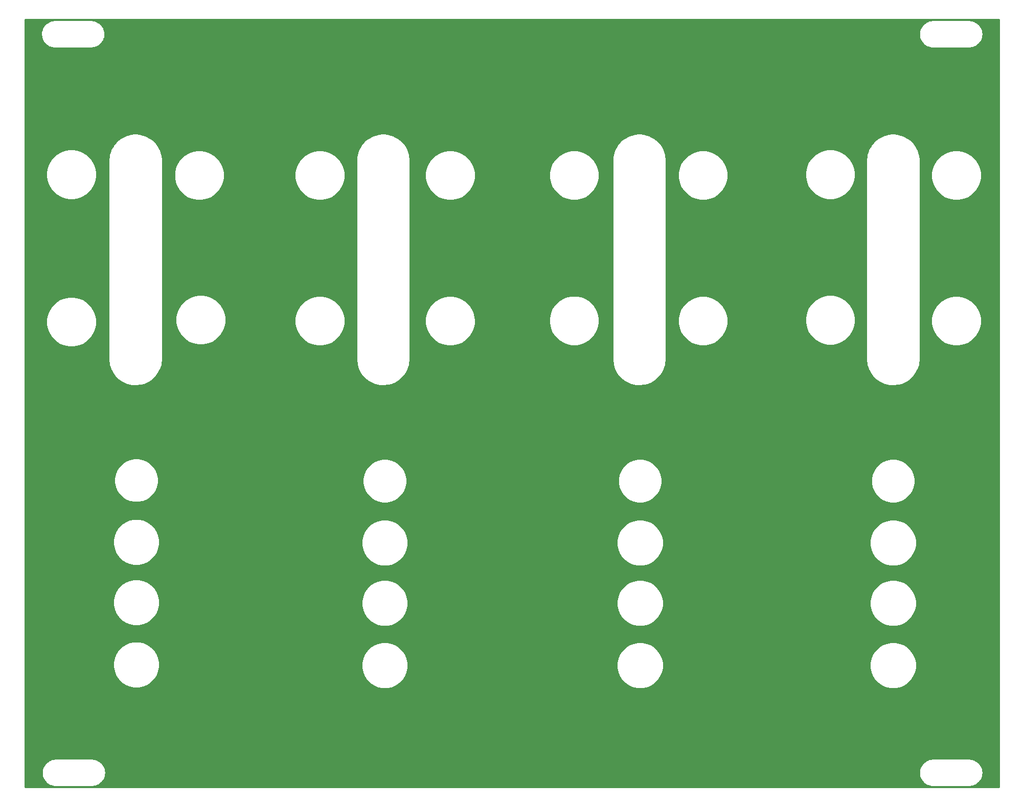
<source format=gbl>
%TF.GenerationSoftware,KiCad,Pcbnew,(5.1.6-0-10_14)*%
%TF.CreationDate,2022-01-25T18:48:59+00:00*%
%TF.ProjectId,Quad Tube VCA Panel,51756164-2054-4756-9265-205643412050,rev?*%
%TF.SameCoordinates,Original*%
%TF.FileFunction,Copper,L2,Bot*%
%TF.FilePolarity,Positive*%
%FSLAX46Y46*%
G04 Gerber Fmt 4.6, Leading zero omitted, Abs format (unit mm)*
G04 Created by KiCad (PCBNEW (5.1.6-0-10_14)) date 2022-01-25 18:48:59*
%MOMM*%
%LPD*%
G01*
G04 APERTURE LIST*
%TA.AperFunction,NonConductor*%
%ADD10C,0.254000*%
%TD*%
G04 APERTURE END LIST*
D10*
G36*
X168631000Y-188570000D02*
G01*
X7391000Y-188570000D01*
X7391000Y-186133708D01*
X10137756Y-186133708D01*
X10138174Y-186193526D01*
X10137756Y-186253343D01*
X10138656Y-186262515D01*
X10172337Y-186582968D01*
X10184360Y-186641542D01*
X10195574Y-186700326D01*
X10198238Y-186709148D01*
X10293520Y-187016956D01*
X10316694Y-187072082D01*
X10339109Y-187127564D01*
X10343436Y-187135700D01*
X10496691Y-187419140D01*
X10530158Y-187468756D01*
X10562896Y-187518786D01*
X10568720Y-187525927D01*
X10774110Y-187774201D01*
X10816546Y-187816341D01*
X10858409Y-187859091D01*
X10865510Y-187864964D01*
X11115211Y-188068616D01*
X11165020Y-188101708D01*
X11214392Y-188135515D01*
X11222499Y-188139898D01*
X11507001Y-188291171D01*
X11562307Y-188313966D01*
X11617290Y-188337532D01*
X11626093Y-188340257D01*
X11934558Y-188433388D01*
X11993261Y-188445011D01*
X12051750Y-188457444D01*
X12060914Y-188458407D01*
X12381596Y-188489850D01*
X12381598Y-188489850D01*
X12413581Y-188493000D01*
X18447419Y-188493000D01*
X18481037Y-188489689D01*
X18502456Y-188489689D01*
X18511621Y-188488726D01*
X18831831Y-188452809D01*
X18890332Y-188440374D01*
X18949024Y-188428753D01*
X18957819Y-188426030D01*
X18957826Y-188426028D01*
X18957832Y-188426025D01*
X19264963Y-188328597D01*
X19319900Y-188305051D01*
X19375249Y-188282238D01*
X19383355Y-188277855D01*
X19665718Y-188122625D01*
X19715074Y-188088830D01*
X19764901Y-188055725D01*
X19772001Y-188049851D01*
X20018835Y-187842733D01*
X20060698Y-187799984D01*
X20103132Y-187757845D01*
X20108956Y-187750703D01*
X20310860Y-187499586D01*
X20343613Y-187449534D01*
X20377066Y-187399939D01*
X20381389Y-187391807D01*
X20381392Y-187391803D01*
X20381394Y-187391799D01*
X20530675Y-187106251D01*
X20553081Y-187050793D01*
X20576265Y-186995642D01*
X20578928Y-186986820D01*
X20669904Y-186677711D01*
X20681114Y-186618945D01*
X20693141Y-186560357D01*
X20694040Y-186551185D01*
X20723244Y-186230293D01*
X20722826Y-186170475D01*
X20723082Y-186133708D01*
X155425756Y-186133708D01*
X155426174Y-186193526D01*
X155425756Y-186253343D01*
X155426656Y-186262515D01*
X155460337Y-186582968D01*
X155472360Y-186641542D01*
X155483574Y-186700326D01*
X155486238Y-186709148D01*
X155581520Y-187016956D01*
X155604694Y-187072082D01*
X155627109Y-187127564D01*
X155631436Y-187135700D01*
X155784691Y-187419140D01*
X155818158Y-187468756D01*
X155850896Y-187518786D01*
X155856720Y-187525927D01*
X156062110Y-187774201D01*
X156104546Y-187816341D01*
X156146409Y-187859091D01*
X156153510Y-187864964D01*
X156403211Y-188068616D01*
X156453020Y-188101708D01*
X156502392Y-188135515D01*
X156510499Y-188139898D01*
X156795001Y-188291171D01*
X156850307Y-188313966D01*
X156905290Y-188337532D01*
X156914093Y-188340257D01*
X157222558Y-188433388D01*
X157281261Y-188445011D01*
X157339750Y-188457444D01*
X157348914Y-188458407D01*
X157669596Y-188489850D01*
X157669598Y-188489850D01*
X157701581Y-188493000D01*
X163735419Y-188493000D01*
X163769037Y-188489689D01*
X163790456Y-188489689D01*
X163799621Y-188488726D01*
X164119831Y-188452809D01*
X164178332Y-188440374D01*
X164237024Y-188428753D01*
X164245819Y-188426030D01*
X164245826Y-188426028D01*
X164245832Y-188426025D01*
X164552963Y-188328597D01*
X164607900Y-188305051D01*
X164663249Y-188282238D01*
X164671355Y-188277855D01*
X164953718Y-188122625D01*
X165003074Y-188088830D01*
X165052901Y-188055725D01*
X165060001Y-188049851D01*
X165306835Y-187842733D01*
X165348698Y-187799984D01*
X165391132Y-187757845D01*
X165396956Y-187750703D01*
X165598860Y-187499586D01*
X165631613Y-187449534D01*
X165665066Y-187399939D01*
X165669389Y-187391807D01*
X165669392Y-187391803D01*
X165669394Y-187391799D01*
X165818675Y-187106251D01*
X165841081Y-187050793D01*
X165864265Y-186995642D01*
X165866928Y-186986820D01*
X165957904Y-186677711D01*
X165969114Y-186618945D01*
X165981141Y-186560357D01*
X165982040Y-186551185D01*
X166011244Y-186230293D01*
X166010826Y-186170475D01*
X166011244Y-186110656D01*
X166010344Y-186101485D01*
X165976663Y-185781031D01*
X165964640Y-185722458D01*
X165953426Y-185663673D01*
X165950762Y-185654851D01*
X165855479Y-185347044D01*
X165832314Y-185291937D01*
X165809891Y-185236437D01*
X165805564Y-185228300D01*
X165652309Y-184944861D01*
X165618864Y-184895277D01*
X165586104Y-184845214D01*
X165580280Y-184838073D01*
X165374890Y-184589799D01*
X165332454Y-184547659D01*
X165290591Y-184504909D01*
X165283490Y-184499036D01*
X165033788Y-184295384D01*
X164983998Y-184262304D01*
X164934608Y-184228485D01*
X164926501Y-184224102D01*
X164641999Y-184072829D01*
X164586681Y-184050029D01*
X164531710Y-184026468D01*
X164522907Y-184023743D01*
X164214441Y-183930612D01*
X164155754Y-183918992D01*
X164097251Y-183906556D01*
X164088086Y-183905593D01*
X163767405Y-183874150D01*
X163767402Y-183874150D01*
X163735419Y-183871000D01*
X157701581Y-183871000D01*
X157667963Y-183874311D01*
X157646544Y-183874311D01*
X157637379Y-183875274D01*
X157317169Y-183911191D01*
X157258675Y-183923624D01*
X157199975Y-183935247D01*
X157191178Y-183937971D01*
X157191174Y-183937972D01*
X157191171Y-183937973D01*
X157191172Y-183937973D01*
X156884037Y-184035403D01*
X156829100Y-184058949D01*
X156773751Y-184081762D01*
X156765645Y-184086145D01*
X156483282Y-184241375D01*
X156433926Y-184275170D01*
X156384099Y-184308275D01*
X156376999Y-184314149D01*
X156130166Y-184521267D01*
X156088322Y-184563997D01*
X156045868Y-184606155D01*
X156040044Y-184613296D01*
X155838140Y-184864414D01*
X155805404Y-184914439D01*
X155771933Y-184964061D01*
X155767607Y-184972198D01*
X155618325Y-185257750D01*
X155595929Y-185313182D01*
X155572735Y-185368358D01*
X155570072Y-185377180D01*
X155479097Y-185686288D01*
X155467899Y-185744994D01*
X155455859Y-185803643D01*
X155454960Y-185812815D01*
X155425756Y-186133708D01*
X20723082Y-186133708D01*
X20723244Y-186110656D01*
X20722344Y-186101485D01*
X20688663Y-185781031D01*
X20676640Y-185722458D01*
X20665426Y-185663673D01*
X20662762Y-185654851D01*
X20567479Y-185347044D01*
X20544314Y-185291937D01*
X20521891Y-185236437D01*
X20517564Y-185228300D01*
X20364309Y-184944861D01*
X20330864Y-184895277D01*
X20298104Y-184845214D01*
X20292280Y-184838073D01*
X20086890Y-184589799D01*
X20044454Y-184547659D01*
X20002591Y-184504909D01*
X19995490Y-184499036D01*
X19745788Y-184295384D01*
X19695998Y-184262304D01*
X19646608Y-184228485D01*
X19638501Y-184224102D01*
X19353999Y-184072829D01*
X19298681Y-184050029D01*
X19243710Y-184026468D01*
X19234907Y-184023743D01*
X18926441Y-183930612D01*
X18867754Y-183918992D01*
X18809251Y-183906556D01*
X18800086Y-183905593D01*
X18479405Y-183874150D01*
X18479402Y-183874150D01*
X18447419Y-183871000D01*
X12413581Y-183871000D01*
X12379963Y-183874311D01*
X12358544Y-183874311D01*
X12349379Y-183875274D01*
X12029169Y-183911191D01*
X11970675Y-183923624D01*
X11911975Y-183935247D01*
X11903178Y-183937971D01*
X11903174Y-183937972D01*
X11903171Y-183937973D01*
X11903172Y-183937973D01*
X11596037Y-184035403D01*
X11541100Y-184058949D01*
X11485751Y-184081762D01*
X11477645Y-184086145D01*
X11195282Y-184241375D01*
X11145926Y-184275170D01*
X11096099Y-184308275D01*
X11088999Y-184314149D01*
X10842166Y-184521267D01*
X10800322Y-184563997D01*
X10757868Y-184606155D01*
X10752044Y-184613296D01*
X10550140Y-184864414D01*
X10517404Y-184914439D01*
X10483933Y-184964061D01*
X10479607Y-184972198D01*
X10330325Y-185257750D01*
X10307929Y-185313182D01*
X10284735Y-185368358D01*
X10282072Y-185377180D01*
X10191097Y-185686288D01*
X10179899Y-185744994D01*
X10167859Y-185803643D01*
X10166960Y-185812815D01*
X10137756Y-186133708D01*
X7391000Y-186133708D01*
X7391000Y-167894693D01*
X21919683Y-167894693D01*
X21919683Y-168655307D01*
X22068071Y-169401305D01*
X22359145Y-170104019D01*
X22781719Y-170736446D01*
X23319554Y-171274281D01*
X23951981Y-171696855D01*
X24654695Y-171987929D01*
X25400693Y-172136317D01*
X26161307Y-172136317D01*
X26907305Y-171987929D01*
X27610019Y-171696855D01*
X28242446Y-171274281D01*
X28780281Y-170736446D01*
X29202855Y-170104019D01*
X29493929Y-169401305D01*
X29642317Y-168655307D01*
X29642317Y-168021693D01*
X63067683Y-168021693D01*
X63067683Y-168782307D01*
X63216071Y-169528305D01*
X63507145Y-170231019D01*
X63929719Y-170863446D01*
X64467554Y-171401281D01*
X65099981Y-171823855D01*
X65802695Y-172114929D01*
X66548693Y-172263317D01*
X67309307Y-172263317D01*
X68055305Y-172114929D01*
X68758019Y-171823855D01*
X69390446Y-171401281D01*
X69928281Y-170863446D01*
X70350855Y-170231019D01*
X70641929Y-169528305D01*
X70790317Y-168782307D01*
X70790317Y-168021693D01*
X105358683Y-168021693D01*
X105358683Y-168782307D01*
X105507071Y-169528305D01*
X105798145Y-170231019D01*
X106220719Y-170863446D01*
X106758554Y-171401281D01*
X107390981Y-171823855D01*
X108093695Y-172114929D01*
X108839693Y-172263317D01*
X109600307Y-172263317D01*
X110346305Y-172114929D01*
X111049019Y-171823855D01*
X111681446Y-171401281D01*
X112219281Y-170863446D01*
X112641855Y-170231019D01*
X112932929Y-169528305D01*
X113081317Y-168782307D01*
X113081317Y-168021693D01*
X147268683Y-168021693D01*
X147268683Y-168782307D01*
X147417071Y-169528305D01*
X147708145Y-170231019D01*
X148130719Y-170863446D01*
X148668554Y-171401281D01*
X149300981Y-171823855D01*
X150003695Y-172114929D01*
X150749693Y-172263317D01*
X151510307Y-172263317D01*
X152256305Y-172114929D01*
X152959019Y-171823855D01*
X153591446Y-171401281D01*
X154129281Y-170863446D01*
X154551855Y-170231019D01*
X154842929Y-169528305D01*
X154991317Y-168782307D01*
X154991317Y-168021693D01*
X154842929Y-167275695D01*
X154551855Y-166572981D01*
X154129281Y-165940554D01*
X153591446Y-165402719D01*
X152959019Y-164980145D01*
X152256305Y-164689071D01*
X151510307Y-164540683D01*
X150749693Y-164540683D01*
X150003695Y-164689071D01*
X149300981Y-164980145D01*
X148668554Y-165402719D01*
X148130719Y-165940554D01*
X147708145Y-166572981D01*
X147417071Y-167275695D01*
X147268683Y-168021693D01*
X113081317Y-168021693D01*
X112932929Y-167275695D01*
X112641855Y-166572981D01*
X112219281Y-165940554D01*
X111681446Y-165402719D01*
X111049019Y-164980145D01*
X110346305Y-164689071D01*
X109600307Y-164540683D01*
X108839693Y-164540683D01*
X108093695Y-164689071D01*
X107390981Y-164980145D01*
X106758554Y-165402719D01*
X106220719Y-165940554D01*
X105798145Y-166572981D01*
X105507071Y-167275695D01*
X105358683Y-168021693D01*
X70790317Y-168021693D01*
X70641929Y-167275695D01*
X70350855Y-166572981D01*
X69928281Y-165940554D01*
X69390446Y-165402719D01*
X68758019Y-164980145D01*
X68055305Y-164689071D01*
X67309307Y-164540683D01*
X66548693Y-164540683D01*
X65802695Y-164689071D01*
X65099981Y-164980145D01*
X64467554Y-165402719D01*
X63929719Y-165940554D01*
X63507145Y-166572981D01*
X63216071Y-167275695D01*
X63067683Y-168021693D01*
X29642317Y-168021693D01*
X29642317Y-167894693D01*
X29493929Y-167148695D01*
X29202855Y-166445981D01*
X28780281Y-165813554D01*
X28242446Y-165275719D01*
X27610019Y-164853145D01*
X26907305Y-164562071D01*
X26161307Y-164413683D01*
X25400693Y-164413683D01*
X24654695Y-164562071D01*
X23951981Y-164853145D01*
X23319554Y-165275719D01*
X22781719Y-165813554D01*
X22359145Y-166445981D01*
X22068071Y-167148695D01*
X21919683Y-167894693D01*
X7391000Y-167894693D01*
X7391000Y-157582693D01*
X21919683Y-157582693D01*
X21919683Y-158343307D01*
X22068071Y-159089305D01*
X22359145Y-159792019D01*
X22781719Y-160424446D01*
X23319554Y-160962281D01*
X23951981Y-161384855D01*
X24654695Y-161675929D01*
X25400693Y-161824317D01*
X26161307Y-161824317D01*
X26907305Y-161675929D01*
X27610019Y-161384855D01*
X28242446Y-160962281D01*
X28780281Y-160424446D01*
X29202855Y-159792019D01*
X29493929Y-159089305D01*
X29642317Y-158343307D01*
X29642317Y-157709693D01*
X63067683Y-157709693D01*
X63067683Y-158470307D01*
X63216071Y-159216305D01*
X63507145Y-159919019D01*
X63929719Y-160551446D01*
X64467554Y-161089281D01*
X65099981Y-161511855D01*
X65802695Y-161802929D01*
X66548693Y-161951317D01*
X67309307Y-161951317D01*
X68055305Y-161802929D01*
X68758019Y-161511855D01*
X69390446Y-161089281D01*
X69928281Y-160551446D01*
X70350855Y-159919019D01*
X70641929Y-159216305D01*
X70790317Y-158470307D01*
X70790317Y-157709693D01*
X105358683Y-157709693D01*
X105358683Y-158470307D01*
X105507071Y-159216305D01*
X105798145Y-159919019D01*
X106220719Y-160551446D01*
X106758554Y-161089281D01*
X107390981Y-161511855D01*
X108093695Y-161802929D01*
X108839693Y-161951317D01*
X109600307Y-161951317D01*
X110346305Y-161802929D01*
X111049019Y-161511855D01*
X111681446Y-161089281D01*
X112219281Y-160551446D01*
X112641855Y-159919019D01*
X112932929Y-159216305D01*
X113081317Y-158470307D01*
X113081317Y-157709693D01*
X147268683Y-157709693D01*
X147268683Y-158470307D01*
X147417071Y-159216305D01*
X147708145Y-159919019D01*
X148130719Y-160551446D01*
X148668554Y-161089281D01*
X149300981Y-161511855D01*
X150003695Y-161802929D01*
X150749693Y-161951317D01*
X151510307Y-161951317D01*
X152256305Y-161802929D01*
X152959019Y-161511855D01*
X153591446Y-161089281D01*
X154129281Y-160551446D01*
X154551855Y-159919019D01*
X154842929Y-159216305D01*
X154991317Y-158470307D01*
X154991317Y-157709693D01*
X154842929Y-156963695D01*
X154551855Y-156260981D01*
X154129281Y-155628554D01*
X153591446Y-155090719D01*
X152959019Y-154668145D01*
X152256305Y-154377071D01*
X151510307Y-154228683D01*
X150749693Y-154228683D01*
X150003695Y-154377071D01*
X149300981Y-154668145D01*
X148668554Y-155090719D01*
X148130719Y-155628554D01*
X147708145Y-156260981D01*
X147417071Y-156963695D01*
X147268683Y-157709693D01*
X113081317Y-157709693D01*
X112932929Y-156963695D01*
X112641855Y-156260981D01*
X112219281Y-155628554D01*
X111681446Y-155090719D01*
X111049019Y-154668145D01*
X110346305Y-154377071D01*
X109600307Y-154228683D01*
X108839693Y-154228683D01*
X108093695Y-154377071D01*
X107390981Y-154668145D01*
X106758554Y-155090719D01*
X106220719Y-155628554D01*
X105798145Y-156260981D01*
X105507071Y-156963695D01*
X105358683Y-157709693D01*
X70790317Y-157709693D01*
X70641929Y-156963695D01*
X70350855Y-156260981D01*
X69928281Y-155628554D01*
X69390446Y-155090719D01*
X68758019Y-154668145D01*
X68055305Y-154377071D01*
X67309307Y-154228683D01*
X66548693Y-154228683D01*
X65802695Y-154377071D01*
X65099981Y-154668145D01*
X64467554Y-155090719D01*
X63929719Y-155628554D01*
X63507145Y-156260981D01*
X63216071Y-156963695D01*
X63067683Y-157709693D01*
X29642317Y-157709693D01*
X29642317Y-157582693D01*
X29493929Y-156836695D01*
X29202855Y-156133981D01*
X28780281Y-155501554D01*
X28242446Y-154963719D01*
X27610019Y-154541145D01*
X26907305Y-154250071D01*
X26161307Y-154101683D01*
X25400693Y-154101683D01*
X24654695Y-154250071D01*
X23951981Y-154541145D01*
X23319554Y-154963719D01*
X22781719Y-155501554D01*
X22359145Y-156133981D01*
X22068071Y-156836695D01*
X21919683Y-157582693D01*
X7391000Y-157582693D01*
X7391000Y-147574693D01*
X21919683Y-147574693D01*
X21919683Y-148335307D01*
X22068071Y-149081305D01*
X22359145Y-149784019D01*
X22781719Y-150416446D01*
X23319554Y-150954281D01*
X23951981Y-151376855D01*
X24654695Y-151667929D01*
X25400693Y-151816317D01*
X26161307Y-151816317D01*
X26907305Y-151667929D01*
X27610019Y-151376855D01*
X28242446Y-150954281D01*
X28780281Y-150416446D01*
X29202855Y-149784019D01*
X29493929Y-149081305D01*
X29642317Y-148335307D01*
X29642317Y-147701693D01*
X63067683Y-147701693D01*
X63067683Y-148462307D01*
X63216071Y-149208305D01*
X63507145Y-149911019D01*
X63929719Y-150543446D01*
X64467554Y-151081281D01*
X65099981Y-151503855D01*
X65802695Y-151794929D01*
X66548693Y-151943317D01*
X67309307Y-151943317D01*
X68055305Y-151794929D01*
X68758019Y-151503855D01*
X69390446Y-151081281D01*
X69928281Y-150543446D01*
X70350855Y-149911019D01*
X70641929Y-149208305D01*
X70790317Y-148462307D01*
X70790317Y-147701693D01*
X105358683Y-147701693D01*
X105358683Y-148462307D01*
X105507071Y-149208305D01*
X105798145Y-149911019D01*
X106220719Y-150543446D01*
X106758554Y-151081281D01*
X107390981Y-151503855D01*
X108093695Y-151794929D01*
X108839693Y-151943317D01*
X109600307Y-151943317D01*
X110346305Y-151794929D01*
X111049019Y-151503855D01*
X111681446Y-151081281D01*
X112219281Y-150543446D01*
X112641855Y-149911019D01*
X112932929Y-149208305D01*
X113081317Y-148462307D01*
X113081317Y-147701693D01*
X147268683Y-147701693D01*
X147268683Y-148462307D01*
X147417071Y-149208305D01*
X147708145Y-149911019D01*
X148130719Y-150543446D01*
X148668554Y-151081281D01*
X149300981Y-151503855D01*
X150003695Y-151794929D01*
X150749693Y-151943317D01*
X151510307Y-151943317D01*
X152256305Y-151794929D01*
X152959019Y-151503855D01*
X153591446Y-151081281D01*
X154129281Y-150543446D01*
X154551855Y-149911019D01*
X154842929Y-149208305D01*
X154991317Y-148462307D01*
X154991317Y-147701693D01*
X154842929Y-146955695D01*
X154551855Y-146252981D01*
X154129281Y-145620554D01*
X153591446Y-145082719D01*
X152959019Y-144660145D01*
X152256305Y-144369071D01*
X151510307Y-144220683D01*
X150749693Y-144220683D01*
X150003695Y-144369071D01*
X149300981Y-144660145D01*
X148668554Y-145082719D01*
X148130719Y-145620554D01*
X147708145Y-146252981D01*
X147417071Y-146955695D01*
X147268683Y-147701693D01*
X113081317Y-147701693D01*
X112932929Y-146955695D01*
X112641855Y-146252981D01*
X112219281Y-145620554D01*
X111681446Y-145082719D01*
X111049019Y-144660145D01*
X110346305Y-144369071D01*
X109600307Y-144220683D01*
X108839693Y-144220683D01*
X108093695Y-144369071D01*
X107390981Y-144660145D01*
X106758554Y-145082719D01*
X106220719Y-145620554D01*
X105798145Y-146252981D01*
X105507071Y-146955695D01*
X105358683Y-147701693D01*
X70790317Y-147701693D01*
X70641929Y-146955695D01*
X70350855Y-146252981D01*
X69928281Y-145620554D01*
X69390446Y-145082719D01*
X68758019Y-144660145D01*
X68055305Y-144369071D01*
X67309307Y-144220683D01*
X66548693Y-144220683D01*
X65802695Y-144369071D01*
X65099981Y-144660145D01*
X64467554Y-145082719D01*
X63929719Y-145620554D01*
X63507145Y-146252981D01*
X63216071Y-146955695D01*
X63067683Y-147701693D01*
X29642317Y-147701693D01*
X29642317Y-147574693D01*
X29493929Y-146828695D01*
X29202855Y-146125981D01*
X28780281Y-145493554D01*
X28242446Y-144955719D01*
X27610019Y-144533145D01*
X26907305Y-144242071D01*
X26161307Y-144093683D01*
X25400693Y-144093683D01*
X24654695Y-144242071D01*
X23951981Y-144533145D01*
X23319554Y-144955719D01*
X22781719Y-145493554D01*
X22359145Y-146125981D01*
X22068071Y-146828695D01*
X21919683Y-147574693D01*
X7391000Y-147574693D01*
X7391000Y-137355297D01*
X22118720Y-137355297D01*
X22118720Y-138076703D01*
X22259460Y-138784248D01*
X22535530Y-139450740D01*
X22936322Y-140050567D01*
X23446433Y-140560678D01*
X24046260Y-140961470D01*
X24712752Y-141237540D01*
X25420297Y-141378280D01*
X26141703Y-141378280D01*
X26849248Y-141237540D01*
X27515740Y-140961470D01*
X28115567Y-140560678D01*
X28625678Y-140050567D01*
X29026470Y-139450740D01*
X29302540Y-138784248D01*
X29443280Y-138076703D01*
X29443280Y-137482297D01*
X63266720Y-137482297D01*
X63266720Y-138203703D01*
X63407460Y-138911248D01*
X63683530Y-139577740D01*
X64084322Y-140177567D01*
X64594433Y-140687678D01*
X65194260Y-141088470D01*
X65860752Y-141364540D01*
X66568297Y-141505280D01*
X67289703Y-141505280D01*
X67997248Y-141364540D01*
X68663740Y-141088470D01*
X69263567Y-140687678D01*
X69773678Y-140177567D01*
X70174470Y-139577740D01*
X70450540Y-138911248D01*
X70591280Y-138203703D01*
X70591280Y-137482297D01*
X105557720Y-137482297D01*
X105557720Y-138203703D01*
X105698460Y-138911248D01*
X105974530Y-139577740D01*
X106375322Y-140177567D01*
X106885433Y-140687678D01*
X107485260Y-141088470D01*
X108151752Y-141364540D01*
X108859297Y-141505280D01*
X109580703Y-141505280D01*
X110288248Y-141364540D01*
X110954740Y-141088470D01*
X111554567Y-140687678D01*
X112064678Y-140177567D01*
X112465470Y-139577740D01*
X112741540Y-138911248D01*
X112882280Y-138203703D01*
X112882280Y-137482297D01*
X147467720Y-137482297D01*
X147467720Y-138203703D01*
X147608460Y-138911248D01*
X147884530Y-139577740D01*
X148285322Y-140177567D01*
X148795433Y-140687678D01*
X149395260Y-141088470D01*
X150061752Y-141364540D01*
X150769297Y-141505280D01*
X151490703Y-141505280D01*
X152198248Y-141364540D01*
X152864740Y-141088470D01*
X153464567Y-140687678D01*
X153974678Y-140177567D01*
X154375470Y-139577740D01*
X154651540Y-138911248D01*
X154792280Y-138203703D01*
X154792280Y-137482297D01*
X154651540Y-136774752D01*
X154375470Y-136108260D01*
X153974678Y-135508433D01*
X153464567Y-134998322D01*
X152864740Y-134597530D01*
X152198248Y-134321460D01*
X151490703Y-134180720D01*
X150769297Y-134180720D01*
X150061752Y-134321460D01*
X149395260Y-134597530D01*
X148795433Y-134998322D01*
X148285322Y-135508433D01*
X147884530Y-136108260D01*
X147608460Y-136774752D01*
X147467720Y-137482297D01*
X112882280Y-137482297D01*
X112741540Y-136774752D01*
X112465470Y-136108260D01*
X112064678Y-135508433D01*
X111554567Y-134998322D01*
X110954740Y-134597530D01*
X110288248Y-134321460D01*
X109580703Y-134180720D01*
X108859297Y-134180720D01*
X108151752Y-134321460D01*
X107485260Y-134597530D01*
X106885433Y-134998322D01*
X106375322Y-135508433D01*
X105974530Y-136108260D01*
X105698460Y-136774752D01*
X105557720Y-137482297D01*
X70591280Y-137482297D01*
X70450540Y-136774752D01*
X70174470Y-136108260D01*
X69773678Y-135508433D01*
X69263567Y-134998322D01*
X68663740Y-134597530D01*
X67997248Y-134321460D01*
X67289703Y-134180720D01*
X66568297Y-134180720D01*
X65860752Y-134321460D01*
X65194260Y-134597530D01*
X64594433Y-134998322D01*
X64084322Y-135508433D01*
X63683530Y-136108260D01*
X63407460Y-136774752D01*
X63266720Y-137482297D01*
X29443280Y-137482297D01*
X29443280Y-137355297D01*
X29302540Y-136647752D01*
X29026470Y-135981260D01*
X28625678Y-135381433D01*
X28115567Y-134871322D01*
X27515740Y-134470530D01*
X26849248Y-134194460D01*
X26141703Y-134053720D01*
X25420297Y-134053720D01*
X24712752Y-134194460D01*
X24046260Y-134470530D01*
X23446433Y-134871322D01*
X22936322Y-135381433D01*
X22535530Y-135981260D01*
X22259460Y-136647752D01*
X22118720Y-137355297D01*
X7391000Y-137355297D01*
X7391000Y-117634418D01*
X21184000Y-117634418D01*
X21186975Y-117664626D01*
X21186809Y-117688416D01*
X21187709Y-117697587D01*
X21265433Y-118437095D01*
X21277458Y-118495675D01*
X21288670Y-118554453D01*
X21291334Y-118563274D01*
X21511217Y-119273601D01*
X21534392Y-119328731D01*
X21556806Y-119384210D01*
X21561133Y-119392346D01*
X21914799Y-120046437D01*
X21948244Y-120096021D01*
X21981004Y-120146084D01*
X21986828Y-120153225D01*
X22460805Y-120726165D01*
X22503241Y-120768305D01*
X22545104Y-120811055D01*
X22552205Y-120816928D01*
X23128439Y-121286893D01*
X23178247Y-121319986D01*
X23227621Y-121353793D01*
X23235727Y-121358176D01*
X23892271Y-121707266D01*
X23947586Y-121730065D01*
X24002558Y-121753626D01*
X24011361Y-121756351D01*
X24723206Y-121971270D01*
X24781901Y-121982892D01*
X24840397Y-121995326D01*
X24849562Y-121996289D01*
X25589595Y-122068850D01*
X25618426Y-122068850D01*
X25647092Y-122071964D01*
X25656308Y-122071996D01*
X25682906Y-122071903D01*
X25711586Y-122068990D01*
X25740416Y-122069191D01*
X25749587Y-122068291D01*
X26489095Y-121990567D01*
X26547675Y-121978542D01*
X26606453Y-121967330D01*
X26615274Y-121964666D01*
X27325601Y-121744783D01*
X27380731Y-121721608D01*
X27436210Y-121699194D01*
X27444346Y-121694867D01*
X28098437Y-121341201D01*
X28148021Y-121307756D01*
X28198084Y-121274996D01*
X28205225Y-121269172D01*
X28778165Y-120795195D01*
X28820305Y-120752759D01*
X28863055Y-120710896D01*
X28868928Y-120703795D01*
X29338893Y-120127561D01*
X29371986Y-120077753D01*
X29405793Y-120028379D01*
X29410176Y-120020273D01*
X29759266Y-119363729D01*
X29782065Y-119308414D01*
X29805626Y-119253442D01*
X29808351Y-119244639D01*
X30023270Y-118532794D01*
X30034892Y-118474099D01*
X30047326Y-118415603D01*
X30048289Y-118406438D01*
X30120850Y-117666405D01*
X30120850Y-117666402D01*
X30124000Y-117634419D01*
X30124000Y-117634418D01*
X62205000Y-117634418D01*
X62207975Y-117664626D01*
X62207809Y-117688416D01*
X62208709Y-117697587D01*
X62286433Y-118437095D01*
X62298458Y-118495675D01*
X62309670Y-118554453D01*
X62312334Y-118563274D01*
X62532217Y-119273601D01*
X62555392Y-119328731D01*
X62577806Y-119384210D01*
X62582133Y-119392346D01*
X62935799Y-120046437D01*
X62969244Y-120096021D01*
X63002004Y-120146084D01*
X63007828Y-120153225D01*
X63481805Y-120726165D01*
X63524241Y-120768305D01*
X63566104Y-120811055D01*
X63573205Y-120816928D01*
X64149439Y-121286893D01*
X64199247Y-121319986D01*
X64248621Y-121353793D01*
X64256727Y-121358176D01*
X64913271Y-121707266D01*
X64968586Y-121730065D01*
X65023558Y-121753626D01*
X65032361Y-121756351D01*
X65744206Y-121971270D01*
X65802901Y-121982892D01*
X65861397Y-121995326D01*
X65870562Y-121996289D01*
X66610595Y-122068850D01*
X66639426Y-122068850D01*
X66668092Y-122071964D01*
X66677308Y-122071996D01*
X66703906Y-122071903D01*
X66732586Y-122068990D01*
X66761416Y-122069191D01*
X66770587Y-122068291D01*
X67510095Y-121990567D01*
X67568675Y-121978542D01*
X67627453Y-121967330D01*
X67636274Y-121964666D01*
X68346601Y-121744783D01*
X68401731Y-121721608D01*
X68457210Y-121699194D01*
X68465346Y-121694867D01*
X69119437Y-121341201D01*
X69169021Y-121307756D01*
X69219084Y-121274996D01*
X69226225Y-121269172D01*
X69799165Y-120795195D01*
X69841305Y-120752759D01*
X69884055Y-120710896D01*
X69889928Y-120703795D01*
X70359893Y-120127561D01*
X70392986Y-120077753D01*
X70426793Y-120028379D01*
X70431176Y-120020273D01*
X70780266Y-119363729D01*
X70803065Y-119308414D01*
X70826626Y-119253442D01*
X70829351Y-119244639D01*
X71044270Y-118532794D01*
X71055892Y-118474099D01*
X71068326Y-118415603D01*
X71069289Y-118406438D01*
X71141850Y-117666405D01*
X71141850Y-117666402D01*
X71145000Y-117634419D01*
X71145000Y-117634418D01*
X104623000Y-117634418D01*
X104625975Y-117664626D01*
X104625809Y-117688416D01*
X104626709Y-117697587D01*
X104704433Y-118437095D01*
X104716458Y-118495675D01*
X104727670Y-118554453D01*
X104730334Y-118563274D01*
X104950217Y-119273601D01*
X104973392Y-119328731D01*
X104995806Y-119384210D01*
X105000133Y-119392346D01*
X105353799Y-120046437D01*
X105387244Y-120096021D01*
X105420004Y-120146084D01*
X105425828Y-120153225D01*
X105899805Y-120726165D01*
X105942241Y-120768305D01*
X105984104Y-120811055D01*
X105991205Y-120816928D01*
X106567439Y-121286893D01*
X106617247Y-121319986D01*
X106666621Y-121353793D01*
X106674727Y-121358176D01*
X107331271Y-121707266D01*
X107386586Y-121730065D01*
X107441558Y-121753626D01*
X107450361Y-121756351D01*
X108162206Y-121971270D01*
X108220901Y-121982892D01*
X108279397Y-121995326D01*
X108288562Y-121996289D01*
X109028595Y-122068850D01*
X109057426Y-122068850D01*
X109086092Y-122071964D01*
X109095308Y-122071996D01*
X109121906Y-122071903D01*
X109150586Y-122068990D01*
X109179416Y-122069191D01*
X109188587Y-122068291D01*
X109928095Y-121990567D01*
X109986675Y-121978542D01*
X110045453Y-121967330D01*
X110054274Y-121964666D01*
X110764601Y-121744783D01*
X110819731Y-121721608D01*
X110875210Y-121699194D01*
X110883346Y-121694867D01*
X111537437Y-121341201D01*
X111587021Y-121307756D01*
X111637084Y-121274996D01*
X111644225Y-121269172D01*
X112217165Y-120795195D01*
X112259305Y-120752759D01*
X112302055Y-120710896D01*
X112307928Y-120703795D01*
X112777893Y-120127561D01*
X112810986Y-120077753D01*
X112844793Y-120028379D01*
X112849176Y-120020273D01*
X113198266Y-119363729D01*
X113221065Y-119308414D01*
X113244626Y-119253442D01*
X113247351Y-119244639D01*
X113462270Y-118532794D01*
X113473892Y-118474099D01*
X113486326Y-118415603D01*
X113487289Y-118406438D01*
X113559850Y-117666405D01*
X113559850Y-117666402D01*
X113563000Y-117634419D01*
X113563000Y-117634418D01*
X146660000Y-117634418D01*
X146662975Y-117664626D01*
X146662809Y-117688416D01*
X146663709Y-117697587D01*
X146741433Y-118437095D01*
X146753458Y-118495675D01*
X146764670Y-118554453D01*
X146767334Y-118563274D01*
X146987217Y-119273601D01*
X147010392Y-119328731D01*
X147032806Y-119384210D01*
X147037133Y-119392346D01*
X147390799Y-120046437D01*
X147424244Y-120096021D01*
X147457004Y-120146084D01*
X147462828Y-120153225D01*
X147936805Y-120726165D01*
X147979241Y-120768305D01*
X148021104Y-120811055D01*
X148028205Y-120816928D01*
X148604439Y-121286893D01*
X148654247Y-121319986D01*
X148703621Y-121353793D01*
X148711727Y-121358176D01*
X149368271Y-121707266D01*
X149423586Y-121730065D01*
X149478558Y-121753626D01*
X149487361Y-121756351D01*
X150199206Y-121971270D01*
X150257901Y-121982892D01*
X150316397Y-121995326D01*
X150325562Y-121996289D01*
X151065595Y-122068850D01*
X151094426Y-122068850D01*
X151123092Y-122071964D01*
X151132308Y-122071996D01*
X151158906Y-122071903D01*
X151187586Y-122068990D01*
X151216416Y-122069191D01*
X151225587Y-122068291D01*
X151965095Y-121990567D01*
X152023675Y-121978542D01*
X152082453Y-121967330D01*
X152091274Y-121964666D01*
X152801601Y-121744783D01*
X152856731Y-121721608D01*
X152912210Y-121699194D01*
X152920346Y-121694867D01*
X153574437Y-121341201D01*
X153624021Y-121307756D01*
X153674084Y-121274996D01*
X153681225Y-121269172D01*
X154254165Y-120795195D01*
X154296305Y-120752759D01*
X154339055Y-120710896D01*
X154344928Y-120703795D01*
X154814893Y-120127561D01*
X154847986Y-120077753D01*
X154881793Y-120028379D01*
X154886176Y-120020273D01*
X155235266Y-119363729D01*
X155258065Y-119308414D01*
X155281626Y-119253442D01*
X155284351Y-119244639D01*
X155499270Y-118532794D01*
X155510892Y-118474099D01*
X155523326Y-118415603D01*
X155524289Y-118406438D01*
X155596850Y-117666405D01*
X155596850Y-117666402D01*
X155600000Y-117634419D01*
X155600000Y-110882288D01*
X157426128Y-110882288D01*
X157426128Y-111701712D01*
X157585989Y-112505390D01*
X157899569Y-113262438D01*
X158354816Y-113943764D01*
X158934236Y-114523184D01*
X159615562Y-114978431D01*
X160372610Y-115292011D01*
X161176288Y-115451872D01*
X161995712Y-115451872D01*
X162799390Y-115292011D01*
X163556438Y-114978431D01*
X164237764Y-114523184D01*
X164817184Y-113943764D01*
X165272431Y-113262438D01*
X165586011Y-112505390D01*
X165745872Y-111701712D01*
X165745872Y-110882288D01*
X165586011Y-110078610D01*
X165272431Y-109321562D01*
X164817184Y-108640236D01*
X164237764Y-108060816D01*
X163556438Y-107605569D01*
X162799390Y-107291989D01*
X161995712Y-107132128D01*
X161176288Y-107132128D01*
X160372610Y-107291989D01*
X159615562Y-107605569D01*
X158934236Y-108060816D01*
X158354816Y-108640236D01*
X157899569Y-109321562D01*
X157585989Y-110078610D01*
X157426128Y-110882288D01*
X155600000Y-110882288D01*
X155600000Y-86752288D01*
X157426128Y-86752288D01*
X157426128Y-87571712D01*
X157585989Y-88375390D01*
X157899569Y-89132438D01*
X158354816Y-89813764D01*
X158934236Y-90393184D01*
X159615562Y-90848431D01*
X160372610Y-91162011D01*
X161176288Y-91321872D01*
X161995712Y-91321872D01*
X162799390Y-91162011D01*
X163556438Y-90848431D01*
X164237764Y-90393184D01*
X164817184Y-89813764D01*
X165272431Y-89132438D01*
X165586011Y-88375390D01*
X165745872Y-87571712D01*
X165745872Y-86752288D01*
X165586011Y-85948610D01*
X165272431Y-85191562D01*
X164817184Y-84510236D01*
X164237764Y-83930816D01*
X163556438Y-83475569D01*
X162799390Y-83161989D01*
X161995712Y-83002128D01*
X161176288Y-83002128D01*
X160372610Y-83161989D01*
X159615562Y-83475569D01*
X158934236Y-83930816D01*
X158354816Y-84510236D01*
X157899569Y-85191562D01*
X157585989Y-85948610D01*
X157426128Y-86752288D01*
X155600000Y-86752288D01*
X155600000Y-84676581D01*
X155597025Y-84646373D01*
X155597191Y-84622583D01*
X155596291Y-84613412D01*
X155518566Y-83873905D01*
X155506541Y-83815325D01*
X155495329Y-83756547D01*
X155492666Y-83747725D01*
X155272783Y-83037399D01*
X155249595Y-82982236D01*
X155227193Y-82926790D01*
X155222867Y-82918654D01*
X154869201Y-82264563D01*
X154835756Y-82214979D01*
X154802996Y-82164916D01*
X154797172Y-82157775D01*
X154323195Y-81584835D01*
X154280759Y-81542695D01*
X154238896Y-81499945D01*
X154231795Y-81494072D01*
X153655561Y-81024107D01*
X153605768Y-80991025D01*
X153556379Y-80957207D01*
X153548273Y-80952824D01*
X152891729Y-80603734D01*
X152836428Y-80580941D01*
X152781443Y-80557374D01*
X152772640Y-80554649D01*
X152060794Y-80339730D01*
X152002100Y-80328108D01*
X151943603Y-80315674D01*
X151934438Y-80314711D01*
X151194405Y-80242150D01*
X151165573Y-80242150D01*
X151136907Y-80239036D01*
X151127692Y-80239004D01*
X151101093Y-80239097D01*
X151072413Y-80242010D01*
X151043583Y-80241809D01*
X151034412Y-80242709D01*
X150294905Y-80320434D01*
X150236325Y-80332459D01*
X150177547Y-80343671D01*
X150168725Y-80346334D01*
X149458399Y-80566217D01*
X149403236Y-80589405D01*
X149347790Y-80611807D01*
X149339654Y-80616133D01*
X148685563Y-80969799D01*
X148635979Y-81003244D01*
X148585916Y-81036004D01*
X148578775Y-81041828D01*
X148005835Y-81515805D01*
X147963695Y-81558241D01*
X147920945Y-81600104D01*
X147915072Y-81607205D01*
X147445107Y-82183439D01*
X147412025Y-82233232D01*
X147378207Y-82282621D01*
X147373824Y-82290727D01*
X147024734Y-82947271D01*
X147001941Y-83002572D01*
X146978374Y-83057557D01*
X146975649Y-83066360D01*
X146760730Y-83778206D01*
X146749108Y-83836900D01*
X146736674Y-83895397D01*
X146735711Y-83904562D01*
X146663150Y-84644595D01*
X146663150Y-84644608D01*
X146660001Y-84676581D01*
X146660000Y-117634418D01*
X113563000Y-117634418D01*
X113563000Y-110882288D01*
X115474128Y-110882288D01*
X115474128Y-111701712D01*
X115633989Y-112505390D01*
X115947569Y-113262438D01*
X116402816Y-113943764D01*
X116982236Y-114523184D01*
X117663562Y-114978431D01*
X118420610Y-115292011D01*
X119224288Y-115451872D01*
X120043712Y-115451872D01*
X120847390Y-115292011D01*
X121604438Y-114978431D01*
X122285764Y-114523184D01*
X122865184Y-113943764D01*
X123320431Y-113262438D01*
X123634011Y-112505390D01*
X123793872Y-111701712D01*
X123793872Y-110882288D01*
X123768611Y-110755288D01*
X136556128Y-110755288D01*
X136556128Y-111574712D01*
X136715989Y-112378390D01*
X137029569Y-113135438D01*
X137484816Y-113816764D01*
X138064236Y-114396184D01*
X138745562Y-114851431D01*
X139502610Y-115165011D01*
X140306288Y-115324872D01*
X141125712Y-115324872D01*
X141929390Y-115165011D01*
X142686438Y-114851431D01*
X143367764Y-114396184D01*
X143947184Y-113816764D01*
X144402431Y-113135438D01*
X144716011Y-112378390D01*
X144875872Y-111574712D01*
X144875872Y-110755288D01*
X144716011Y-109951610D01*
X144402431Y-109194562D01*
X143947184Y-108513236D01*
X143367764Y-107933816D01*
X142686438Y-107478569D01*
X141929390Y-107164989D01*
X141125712Y-107005128D01*
X140306288Y-107005128D01*
X139502610Y-107164989D01*
X138745562Y-107478569D01*
X138064236Y-107933816D01*
X137484816Y-108513236D01*
X137029569Y-109194562D01*
X136715989Y-109951610D01*
X136556128Y-110755288D01*
X123768611Y-110755288D01*
X123634011Y-110078610D01*
X123320431Y-109321562D01*
X122865184Y-108640236D01*
X122285764Y-108060816D01*
X121604438Y-107605569D01*
X120847390Y-107291989D01*
X120043712Y-107132128D01*
X119224288Y-107132128D01*
X118420610Y-107291989D01*
X117663562Y-107605569D01*
X116982236Y-108060816D01*
X116402816Y-108640236D01*
X115947569Y-109321562D01*
X115633989Y-110078610D01*
X115474128Y-110882288D01*
X113563000Y-110882288D01*
X113563000Y-86752288D01*
X115474128Y-86752288D01*
X115474128Y-87571712D01*
X115633989Y-88375390D01*
X115947569Y-89132438D01*
X116402816Y-89813764D01*
X116982236Y-90393184D01*
X117663562Y-90848431D01*
X118420610Y-91162011D01*
X119224288Y-91321872D01*
X120043712Y-91321872D01*
X120847390Y-91162011D01*
X121604438Y-90848431D01*
X122285764Y-90393184D01*
X122865184Y-89813764D01*
X123320431Y-89132438D01*
X123634011Y-88375390D01*
X123793872Y-87571712D01*
X123793872Y-86752288D01*
X123768611Y-86625288D01*
X136556128Y-86625288D01*
X136556128Y-87444712D01*
X136715989Y-88248390D01*
X137029569Y-89005438D01*
X137484816Y-89686764D01*
X138064236Y-90266184D01*
X138745562Y-90721431D01*
X139502610Y-91035011D01*
X140306288Y-91194872D01*
X141125712Y-91194872D01*
X141929390Y-91035011D01*
X142686438Y-90721431D01*
X143367764Y-90266184D01*
X143947184Y-89686764D01*
X144402431Y-89005438D01*
X144716011Y-88248390D01*
X144875872Y-87444712D01*
X144875872Y-86625288D01*
X144716011Y-85821610D01*
X144402431Y-85064562D01*
X143947184Y-84383236D01*
X143367764Y-83803816D01*
X142686438Y-83348569D01*
X141929390Y-83034989D01*
X141125712Y-82875128D01*
X140306288Y-82875128D01*
X139502610Y-83034989D01*
X138745562Y-83348569D01*
X138064236Y-83803816D01*
X137484816Y-84383236D01*
X137029569Y-85064562D01*
X136715989Y-85821610D01*
X136556128Y-86625288D01*
X123768611Y-86625288D01*
X123634011Y-85948610D01*
X123320431Y-85191562D01*
X122865184Y-84510236D01*
X122285764Y-83930816D01*
X121604438Y-83475569D01*
X120847390Y-83161989D01*
X120043712Y-83002128D01*
X119224288Y-83002128D01*
X118420610Y-83161989D01*
X117663562Y-83475569D01*
X116982236Y-83930816D01*
X116402816Y-84510236D01*
X115947569Y-85191562D01*
X115633989Y-85948610D01*
X115474128Y-86752288D01*
X113563000Y-86752288D01*
X113563000Y-84676581D01*
X113560025Y-84646373D01*
X113560191Y-84622583D01*
X113559291Y-84613412D01*
X113481566Y-83873905D01*
X113469541Y-83815325D01*
X113458329Y-83756547D01*
X113455666Y-83747725D01*
X113235783Y-83037399D01*
X113212595Y-82982236D01*
X113190193Y-82926790D01*
X113185867Y-82918654D01*
X112832201Y-82264563D01*
X112798756Y-82214979D01*
X112765996Y-82164916D01*
X112760172Y-82157775D01*
X112286195Y-81584835D01*
X112243759Y-81542695D01*
X112201896Y-81499945D01*
X112194795Y-81494072D01*
X111618561Y-81024107D01*
X111568768Y-80991025D01*
X111519379Y-80957207D01*
X111511273Y-80952824D01*
X110854729Y-80603734D01*
X110799428Y-80580941D01*
X110744443Y-80557374D01*
X110735640Y-80554649D01*
X110023794Y-80339730D01*
X109965100Y-80328108D01*
X109906603Y-80315674D01*
X109897438Y-80314711D01*
X109157405Y-80242150D01*
X109128573Y-80242150D01*
X109099907Y-80239036D01*
X109090692Y-80239004D01*
X109064093Y-80239097D01*
X109035413Y-80242010D01*
X109006583Y-80241809D01*
X108997412Y-80242709D01*
X108257905Y-80320434D01*
X108199325Y-80332459D01*
X108140547Y-80343671D01*
X108131725Y-80346334D01*
X107421399Y-80566217D01*
X107366236Y-80589405D01*
X107310790Y-80611807D01*
X107302654Y-80616133D01*
X106648563Y-80969799D01*
X106598979Y-81003244D01*
X106548916Y-81036004D01*
X106541775Y-81041828D01*
X105968835Y-81515805D01*
X105926695Y-81558241D01*
X105883945Y-81600104D01*
X105878072Y-81607205D01*
X105408107Y-82183439D01*
X105375025Y-82233232D01*
X105341207Y-82282621D01*
X105336824Y-82290727D01*
X104987734Y-82947271D01*
X104964941Y-83002572D01*
X104941374Y-83057557D01*
X104938649Y-83066360D01*
X104723730Y-83778206D01*
X104712108Y-83836900D01*
X104699674Y-83895397D01*
X104698711Y-83904562D01*
X104626150Y-84644595D01*
X104626150Y-84644608D01*
X104623001Y-84676581D01*
X104623000Y-117634418D01*
X71145000Y-117634418D01*
X71145000Y-110882288D01*
X73606128Y-110882288D01*
X73606128Y-111701712D01*
X73765989Y-112505390D01*
X74079569Y-113262438D01*
X74534816Y-113943764D01*
X75114236Y-114523184D01*
X75795562Y-114978431D01*
X76552610Y-115292011D01*
X77356288Y-115451872D01*
X78175712Y-115451872D01*
X78979390Y-115292011D01*
X79736438Y-114978431D01*
X80417764Y-114523184D01*
X80997184Y-113943764D01*
X81452431Y-113262438D01*
X81766011Y-112505390D01*
X81925872Y-111701712D01*
X81925872Y-110882288D01*
X81917916Y-110842288D01*
X94138128Y-110842288D01*
X94138128Y-111661712D01*
X94297989Y-112465390D01*
X94611569Y-113222438D01*
X95066816Y-113903764D01*
X95646236Y-114483184D01*
X96327562Y-114938431D01*
X97084610Y-115252011D01*
X97888288Y-115411872D01*
X98707712Y-115411872D01*
X99511390Y-115252011D01*
X100268438Y-114938431D01*
X100949764Y-114483184D01*
X101529184Y-113903764D01*
X101984431Y-113222438D01*
X102298011Y-112465390D01*
X102457872Y-111661712D01*
X102457872Y-110842288D01*
X102298011Y-110038610D01*
X101984431Y-109281562D01*
X101529184Y-108600236D01*
X100949764Y-108020816D01*
X100268438Y-107565569D01*
X99511390Y-107251989D01*
X98707712Y-107092128D01*
X97888288Y-107092128D01*
X97084610Y-107251989D01*
X96327562Y-107565569D01*
X95646236Y-108020816D01*
X95066816Y-108600236D01*
X94611569Y-109281562D01*
X94297989Y-110038610D01*
X94138128Y-110842288D01*
X81917916Y-110842288D01*
X81766011Y-110078610D01*
X81452431Y-109321562D01*
X80997184Y-108640236D01*
X80417764Y-108060816D01*
X79736438Y-107605569D01*
X78979390Y-107291989D01*
X78175712Y-107132128D01*
X77356288Y-107132128D01*
X76552610Y-107291989D01*
X75795562Y-107605569D01*
X75114236Y-108060816D01*
X74534816Y-108640236D01*
X74079569Y-109321562D01*
X73765989Y-110078610D01*
X73606128Y-110882288D01*
X71145000Y-110882288D01*
X71145000Y-86752288D01*
X73606128Y-86752288D01*
X73606128Y-87571712D01*
X73765989Y-88375390D01*
X74079569Y-89132438D01*
X74534816Y-89813764D01*
X75114236Y-90393184D01*
X75795562Y-90848431D01*
X76552610Y-91162011D01*
X77356288Y-91321872D01*
X78175712Y-91321872D01*
X78979390Y-91162011D01*
X79736438Y-90848431D01*
X80417764Y-90393184D01*
X80997184Y-89813764D01*
X81452431Y-89132438D01*
X81766011Y-88375390D01*
X81925872Y-87571712D01*
X81925872Y-86752288D01*
X94138128Y-86752288D01*
X94138128Y-87571712D01*
X94297989Y-88375390D01*
X94611569Y-89132438D01*
X95066816Y-89813764D01*
X95646236Y-90393184D01*
X96327562Y-90848431D01*
X97084610Y-91162011D01*
X97888288Y-91321872D01*
X98707712Y-91321872D01*
X99511390Y-91162011D01*
X100268438Y-90848431D01*
X100949764Y-90393184D01*
X101529184Y-89813764D01*
X101984431Y-89132438D01*
X102298011Y-88375390D01*
X102457872Y-87571712D01*
X102457872Y-86752288D01*
X102298011Y-85948610D01*
X101984431Y-85191562D01*
X101529184Y-84510236D01*
X100949764Y-83930816D01*
X100268438Y-83475569D01*
X99511390Y-83161989D01*
X98707712Y-83002128D01*
X97888288Y-83002128D01*
X97084610Y-83161989D01*
X96327562Y-83475569D01*
X95646236Y-83930816D01*
X95066816Y-84510236D01*
X94611569Y-85191562D01*
X94297989Y-85948610D01*
X94138128Y-86752288D01*
X81925872Y-86752288D01*
X81766011Y-85948610D01*
X81452431Y-85191562D01*
X80997184Y-84510236D01*
X80417764Y-83930816D01*
X79736438Y-83475569D01*
X78979390Y-83161989D01*
X78175712Y-83002128D01*
X77356288Y-83002128D01*
X76552610Y-83161989D01*
X75795562Y-83475569D01*
X75114236Y-83930816D01*
X74534816Y-84510236D01*
X74079569Y-85191562D01*
X73765989Y-85948610D01*
X73606128Y-86752288D01*
X71145000Y-86752288D01*
X71145000Y-84676581D01*
X71142025Y-84646373D01*
X71142191Y-84622583D01*
X71141291Y-84613412D01*
X71063566Y-83873905D01*
X71051541Y-83815325D01*
X71040329Y-83756547D01*
X71037666Y-83747725D01*
X70817783Y-83037399D01*
X70794595Y-82982236D01*
X70772193Y-82926790D01*
X70767867Y-82918654D01*
X70414201Y-82264563D01*
X70380756Y-82214979D01*
X70347996Y-82164916D01*
X70342172Y-82157775D01*
X69868195Y-81584835D01*
X69825759Y-81542695D01*
X69783896Y-81499945D01*
X69776795Y-81494072D01*
X69200561Y-81024107D01*
X69150768Y-80991025D01*
X69101379Y-80957207D01*
X69093273Y-80952824D01*
X68436729Y-80603734D01*
X68381428Y-80580941D01*
X68326443Y-80557374D01*
X68317640Y-80554649D01*
X67605794Y-80339730D01*
X67547100Y-80328108D01*
X67488603Y-80315674D01*
X67479438Y-80314711D01*
X66739405Y-80242150D01*
X66710573Y-80242150D01*
X66681907Y-80239036D01*
X66672692Y-80239004D01*
X66646093Y-80239097D01*
X66617413Y-80242010D01*
X66588583Y-80241809D01*
X66579412Y-80242709D01*
X65839905Y-80320434D01*
X65781325Y-80332459D01*
X65722547Y-80343671D01*
X65713725Y-80346334D01*
X65003399Y-80566217D01*
X64948236Y-80589405D01*
X64892790Y-80611807D01*
X64884654Y-80616133D01*
X64230563Y-80969799D01*
X64180979Y-81003244D01*
X64130916Y-81036004D01*
X64123775Y-81041828D01*
X63550835Y-81515805D01*
X63508695Y-81558241D01*
X63465945Y-81600104D01*
X63460072Y-81607205D01*
X62990107Y-82183439D01*
X62957025Y-82233232D01*
X62923207Y-82282621D01*
X62918824Y-82290727D01*
X62569734Y-82947271D01*
X62546941Y-83002572D01*
X62523374Y-83057557D01*
X62520649Y-83066360D01*
X62305730Y-83778206D01*
X62294108Y-83836900D01*
X62281674Y-83895397D01*
X62280711Y-83904562D01*
X62208150Y-84644595D01*
X62208150Y-84644608D01*
X62205001Y-84676581D01*
X62205000Y-117634418D01*
X30124000Y-117634418D01*
X30124000Y-110715288D01*
X32289128Y-110715288D01*
X32289128Y-111534712D01*
X32448989Y-112338390D01*
X32762569Y-113095438D01*
X33217816Y-113776764D01*
X33797236Y-114356184D01*
X34478562Y-114811431D01*
X35235610Y-115125011D01*
X36039288Y-115284872D01*
X36858712Y-115284872D01*
X37662390Y-115125011D01*
X38419438Y-114811431D01*
X39100764Y-114356184D01*
X39680184Y-113776764D01*
X40135431Y-113095438D01*
X40449011Y-112338390D01*
X40608872Y-111534712D01*
X40608872Y-110882288D01*
X52016128Y-110882288D01*
X52016128Y-111701712D01*
X52175989Y-112505390D01*
X52489569Y-113262438D01*
X52944816Y-113943764D01*
X53524236Y-114523184D01*
X54205562Y-114978431D01*
X54962610Y-115292011D01*
X55766288Y-115451872D01*
X56585712Y-115451872D01*
X57389390Y-115292011D01*
X58146438Y-114978431D01*
X58827764Y-114523184D01*
X59407184Y-113943764D01*
X59862431Y-113262438D01*
X60176011Y-112505390D01*
X60335872Y-111701712D01*
X60335872Y-110882288D01*
X60176011Y-110078610D01*
X59862431Y-109321562D01*
X59407184Y-108640236D01*
X58827764Y-108060816D01*
X58146438Y-107605569D01*
X57389390Y-107291989D01*
X56585712Y-107132128D01*
X55766288Y-107132128D01*
X54962610Y-107291989D01*
X54205562Y-107605569D01*
X53524236Y-108060816D01*
X52944816Y-108640236D01*
X52489569Y-109321562D01*
X52175989Y-110078610D01*
X52016128Y-110882288D01*
X40608872Y-110882288D01*
X40608872Y-110715288D01*
X40449011Y-109911610D01*
X40135431Y-109154562D01*
X39680184Y-108473236D01*
X39100764Y-107893816D01*
X38419438Y-107438569D01*
X37662390Y-107124989D01*
X36858712Y-106965128D01*
X36039288Y-106965128D01*
X35235610Y-107124989D01*
X34478562Y-107438569D01*
X33797236Y-107893816D01*
X33217816Y-108473236D01*
X32762569Y-109154562D01*
X32448989Y-109911610D01*
X32289128Y-110715288D01*
X30124000Y-110715288D01*
X30124000Y-86752288D01*
X32056128Y-86752288D01*
X32056128Y-87571712D01*
X32215989Y-88375390D01*
X32529569Y-89132438D01*
X32984816Y-89813764D01*
X33564236Y-90393184D01*
X34245562Y-90848431D01*
X35002610Y-91162011D01*
X35806288Y-91321872D01*
X36625712Y-91321872D01*
X37429390Y-91162011D01*
X38186438Y-90848431D01*
X38867764Y-90393184D01*
X39447184Y-89813764D01*
X39902431Y-89132438D01*
X40216011Y-88375390D01*
X40375872Y-87571712D01*
X40375872Y-86752288D01*
X52016128Y-86752288D01*
X52016128Y-87571712D01*
X52175989Y-88375390D01*
X52489569Y-89132438D01*
X52944816Y-89813764D01*
X53524236Y-90393184D01*
X54205562Y-90848431D01*
X54962610Y-91162011D01*
X55766288Y-91321872D01*
X56585712Y-91321872D01*
X57389390Y-91162011D01*
X58146438Y-90848431D01*
X58827764Y-90393184D01*
X59407184Y-89813764D01*
X59862431Y-89132438D01*
X60176011Y-88375390D01*
X60335872Y-87571712D01*
X60335872Y-86752288D01*
X60176011Y-85948610D01*
X59862431Y-85191562D01*
X59407184Y-84510236D01*
X58827764Y-83930816D01*
X58146438Y-83475569D01*
X57389390Y-83161989D01*
X56585712Y-83002128D01*
X55766288Y-83002128D01*
X54962610Y-83161989D01*
X54205562Y-83475569D01*
X53524236Y-83930816D01*
X52944816Y-84510236D01*
X52489569Y-85191562D01*
X52175989Y-85948610D01*
X52016128Y-86752288D01*
X40375872Y-86752288D01*
X40216011Y-85948610D01*
X39902431Y-85191562D01*
X39447184Y-84510236D01*
X38867764Y-83930816D01*
X38186438Y-83475569D01*
X37429390Y-83161989D01*
X36625712Y-83002128D01*
X35806288Y-83002128D01*
X35002610Y-83161989D01*
X34245562Y-83475569D01*
X33564236Y-83930816D01*
X32984816Y-84510236D01*
X32529569Y-85191562D01*
X32215989Y-85948610D01*
X32056128Y-86752288D01*
X30124000Y-86752288D01*
X30124000Y-84676581D01*
X30121025Y-84646373D01*
X30121191Y-84622583D01*
X30120291Y-84613412D01*
X30042566Y-83873905D01*
X30030541Y-83815325D01*
X30019329Y-83756547D01*
X30016666Y-83747725D01*
X29796783Y-83037399D01*
X29773595Y-82982236D01*
X29751193Y-82926790D01*
X29746867Y-82918654D01*
X29393201Y-82264563D01*
X29359756Y-82214979D01*
X29326996Y-82164916D01*
X29321172Y-82157775D01*
X28847195Y-81584835D01*
X28804759Y-81542695D01*
X28762896Y-81499945D01*
X28755795Y-81494072D01*
X28179561Y-81024107D01*
X28129768Y-80991025D01*
X28080379Y-80957207D01*
X28072273Y-80952824D01*
X27415729Y-80603734D01*
X27360428Y-80580941D01*
X27305443Y-80557374D01*
X27296640Y-80554649D01*
X26584794Y-80339730D01*
X26526100Y-80328108D01*
X26467603Y-80315674D01*
X26458438Y-80314711D01*
X25718405Y-80242150D01*
X25689573Y-80242150D01*
X25660907Y-80239036D01*
X25651692Y-80239004D01*
X25625093Y-80239097D01*
X25596413Y-80242010D01*
X25567583Y-80241809D01*
X25558412Y-80242709D01*
X24818905Y-80320434D01*
X24760325Y-80332459D01*
X24701547Y-80343671D01*
X24692725Y-80346334D01*
X23982399Y-80566217D01*
X23927236Y-80589405D01*
X23871790Y-80611807D01*
X23863654Y-80616133D01*
X23209563Y-80969799D01*
X23159979Y-81003244D01*
X23109916Y-81036004D01*
X23102775Y-81041828D01*
X22529835Y-81515805D01*
X22487695Y-81558241D01*
X22444945Y-81600104D01*
X22439072Y-81607205D01*
X21969107Y-82183439D01*
X21936025Y-82233232D01*
X21902207Y-82282621D01*
X21897824Y-82290727D01*
X21548734Y-82947271D01*
X21525941Y-83002572D01*
X21502374Y-83057557D01*
X21499649Y-83066360D01*
X21284730Y-83778206D01*
X21273108Y-83836900D01*
X21260674Y-83895397D01*
X21259711Y-83904562D01*
X21187150Y-84644595D01*
X21187150Y-84644608D01*
X21184001Y-84676581D01*
X21184000Y-117634418D01*
X7391000Y-117634418D01*
X7391000Y-111040288D01*
X10868128Y-111040288D01*
X10868128Y-111859712D01*
X11027989Y-112663390D01*
X11341569Y-113420438D01*
X11796816Y-114101764D01*
X12376236Y-114681184D01*
X13057562Y-115136431D01*
X13814610Y-115450011D01*
X14618288Y-115609872D01*
X15437712Y-115609872D01*
X16241390Y-115450011D01*
X16998438Y-115136431D01*
X17679764Y-114681184D01*
X18259184Y-114101764D01*
X18714431Y-113420438D01*
X19028011Y-112663390D01*
X19187872Y-111859712D01*
X19187872Y-111040288D01*
X19028011Y-110236610D01*
X18714431Y-109479562D01*
X18259184Y-108798236D01*
X17679764Y-108218816D01*
X16998438Y-107763569D01*
X16241390Y-107449989D01*
X15437712Y-107290128D01*
X14618288Y-107290128D01*
X13814610Y-107449989D01*
X13057562Y-107763569D01*
X12376236Y-108218816D01*
X11796816Y-108798236D01*
X11341569Y-109479562D01*
X11027989Y-110236610D01*
X10868128Y-111040288D01*
X7391000Y-111040288D01*
X7391000Y-86625288D01*
X10868128Y-86625288D01*
X10868128Y-87444712D01*
X11027989Y-88248390D01*
X11341569Y-89005438D01*
X11796816Y-89686764D01*
X12376236Y-90266184D01*
X13057562Y-90721431D01*
X13814610Y-91035011D01*
X14618288Y-91194872D01*
X15437712Y-91194872D01*
X16241390Y-91035011D01*
X16998438Y-90721431D01*
X17679764Y-90266184D01*
X18259184Y-89686764D01*
X18714431Y-89005438D01*
X19028011Y-88248390D01*
X19187872Y-87444712D01*
X19187872Y-86625288D01*
X19028011Y-85821610D01*
X18714431Y-85064562D01*
X18259184Y-84383236D01*
X17679764Y-83803816D01*
X16998438Y-83348569D01*
X16241390Y-83034989D01*
X15437712Y-82875128D01*
X14618288Y-82875128D01*
X13814610Y-83034989D01*
X13057562Y-83348569D01*
X12376236Y-83803816D01*
X11796816Y-84383236D01*
X11341569Y-85064562D01*
X11027989Y-85821610D01*
X10868128Y-86625288D01*
X7391000Y-86625288D01*
X7391000Y-63705708D01*
X10010756Y-63705708D01*
X10011174Y-63765526D01*
X10010756Y-63825343D01*
X10011656Y-63834515D01*
X10045337Y-64154968D01*
X10057360Y-64213542D01*
X10068574Y-64272326D01*
X10071238Y-64281148D01*
X10166520Y-64588956D01*
X10189694Y-64644082D01*
X10212109Y-64699564D01*
X10216436Y-64707700D01*
X10369691Y-64991140D01*
X10403158Y-65040756D01*
X10435896Y-65090786D01*
X10441720Y-65097927D01*
X10647110Y-65346201D01*
X10689546Y-65388341D01*
X10731409Y-65431091D01*
X10738510Y-65436964D01*
X10988211Y-65640616D01*
X11038020Y-65673708D01*
X11087392Y-65707515D01*
X11095499Y-65711898D01*
X11380001Y-65863171D01*
X11435307Y-65885966D01*
X11490290Y-65909532D01*
X11499093Y-65912257D01*
X11807558Y-66005388D01*
X11866261Y-66017011D01*
X11924750Y-66029444D01*
X11933914Y-66030407D01*
X12254596Y-66061850D01*
X12254598Y-66061850D01*
X12286581Y-66065000D01*
X18320419Y-66065000D01*
X18354037Y-66061689D01*
X18375456Y-66061689D01*
X18384621Y-66060726D01*
X18704831Y-66024809D01*
X18763332Y-66012374D01*
X18822024Y-66000753D01*
X18830819Y-65998030D01*
X18830826Y-65998028D01*
X18830832Y-65998025D01*
X19137963Y-65900597D01*
X19192900Y-65877051D01*
X19248249Y-65854238D01*
X19256355Y-65849855D01*
X19538718Y-65694625D01*
X19588074Y-65660830D01*
X19637901Y-65627725D01*
X19645001Y-65621851D01*
X19891835Y-65414733D01*
X19933698Y-65371984D01*
X19976132Y-65329845D01*
X19981956Y-65322703D01*
X20183860Y-65071586D01*
X20216613Y-65021534D01*
X20250066Y-64971939D01*
X20254389Y-64963807D01*
X20254392Y-64963803D01*
X20254394Y-64963799D01*
X20403675Y-64678251D01*
X20426081Y-64622793D01*
X20449265Y-64567642D01*
X20451928Y-64558820D01*
X20542904Y-64249711D01*
X20554114Y-64190945D01*
X20566141Y-64132357D01*
X20567040Y-64123185D01*
X20596244Y-63802293D01*
X20595826Y-63742474D01*
X20596082Y-63705708D01*
X155425756Y-63705708D01*
X155426174Y-63765525D01*
X155425756Y-63825343D01*
X155426656Y-63834515D01*
X155460337Y-64154968D01*
X155472360Y-64213542D01*
X155483574Y-64272326D01*
X155486238Y-64281148D01*
X155581520Y-64588956D01*
X155604694Y-64644082D01*
X155627109Y-64699564D01*
X155631436Y-64707700D01*
X155784691Y-64991140D01*
X155818158Y-65040756D01*
X155850896Y-65090786D01*
X155856720Y-65097927D01*
X156062110Y-65346201D01*
X156104546Y-65388341D01*
X156146409Y-65431091D01*
X156153510Y-65436964D01*
X156403211Y-65640616D01*
X156453020Y-65673708D01*
X156502392Y-65707515D01*
X156510499Y-65711898D01*
X156795001Y-65863171D01*
X156850307Y-65885966D01*
X156905290Y-65909532D01*
X156914093Y-65912257D01*
X157222558Y-66005388D01*
X157281261Y-66017011D01*
X157339750Y-66029444D01*
X157348914Y-66030407D01*
X157669596Y-66061850D01*
X157669598Y-66061850D01*
X157701581Y-66065000D01*
X163735419Y-66065000D01*
X163769037Y-66061689D01*
X163790456Y-66061689D01*
X163799621Y-66060726D01*
X164119831Y-66024809D01*
X164178332Y-66012374D01*
X164237024Y-66000753D01*
X164245819Y-65998030D01*
X164245826Y-65998028D01*
X164245832Y-65998025D01*
X164552963Y-65900597D01*
X164607900Y-65877051D01*
X164663249Y-65854238D01*
X164671355Y-65849855D01*
X164953718Y-65694625D01*
X165003074Y-65660830D01*
X165052901Y-65627725D01*
X165060001Y-65621851D01*
X165306835Y-65414733D01*
X165348698Y-65371984D01*
X165391132Y-65329845D01*
X165396956Y-65322703D01*
X165598860Y-65071586D01*
X165631613Y-65021534D01*
X165665066Y-64971939D01*
X165669389Y-64963807D01*
X165669392Y-64963803D01*
X165669394Y-64963799D01*
X165818675Y-64678251D01*
X165841081Y-64622793D01*
X165864265Y-64567642D01*
X165866928Y-64558820D01*
X165957904Y-64249711D01*
X165969114Y-64190945D01*
X165981141Y-64132357D01*
X165982040Y-64123185D01*
X166011244Y-63802293D01*
X166010826Y-63742474D01*
X166011244Y-63682656D01*
X166010344Y-63673485D01*
X165976663Y-63353031D01*
X165964640Y-63294458D01*
X165953426Y-63235673D01*
X165950762Y-63226851D01*
X165855479Y-62919044D01*
X165832314Y-62863937D01*
X165809891Y-62808437D01*
X165805564Y-62800300D01*
X165652309Y-62516861D01*
X165618864Y-62467277D01*
X165586104Y-62417214D01*
X165580280Y-62410073D01*
X165374890Y-62161799D01*
X165332454Y-62119659D01*
X165290591Y-62076909D01*
X165283490Y-62071036D01*
X165033788Y-61867384D01*
X164983998Y-61834304D01*
X164934608Y-61800485D01*
X164926501Y-61796102D01*
X164641999Y-61644829D01*
X164586681Y-61622029D01*
X164531710Y-61598468D01*
X164522907Y-61595743D01*
X164214441Y-61502612D01*
X164155754Y-61490992D01*
X164097251Y-61478556D01*
X164088086Y-61477593D01*
X163767405Y-61446150D01*
X163767402Y-61446150D01*
X163735419Y-61443000D01*
X157701581Y-61443000D01*
X157667963Y-61446311D01*
X157646544Y-61446311D01*
X157637379Y-61447274D01*
X157317169Y-61483191D01*
X157258675Y-61495624D01*
X157199975Y-61507247D01*
X157191178Y-61509971D01*
X157191174Y-61509972D01*
X157191171Y-61509973D01*
X157191172Y-61509973D01*
X156884037Y-61607403D01*
X156829100Y-61630949D01*
X156773751Y-61653762D01*
X156765645Y-61658145D01*
X156483282Y-61813375D01*
X156433926Y-61847170D01*
X156384099Y-61880275D01*
X156376999Y-61886149D01*
X156130166Y-62093267D01*
X156088322Y-62135997D01*
X156045868Y-62178155D01*
X156040044Y-62185296D01*
X155838140Y-62436414D01*
X155805404Y-62486439D01*
X155771933Y-62536061D01*
X155767607Y-62544198D01*
X155618325Y-62829750D01*
X155595929Y-62885182D01*
X155572735Y-62940358D01*
X155570072Y-62949180D01*
X155479097Y-63258288D01*
X155467899Y-63316994D01*
X155455859Y-63375643D01*
X155454960Y-63384815D01*
X155425756Y-63705708D01*
X20596082Y-63705708D01*
X20596244Y-63682656D01*
X20595344Y-63673485D01*
X20561663Y-63353031D01*
X20549640Y-63294458D01*
X20538426Y-63235673D01*
X20535762Y-63226851D01*
X20440479Y-62919044D01*
X20417314Y-62863937D01*
X20394891Y-62808437D01*
X20390564Y-62800300D01*
X20237309Y-62516861D01*
X20203864Y-62467277D01*
X20171104Y-62417214D01*
X20165280Y-62410073D01*
X19959890Y-62161799D01*
X19917454Y-62119659D01*
X19875591Y-62076909D01*
X19868490Y-62071036D01*
X19618788Y-61867384D01*
X19568998Y-61834304D01*
X19519608Y-61800485D01*
X19511501Y-61796102D01*
X19226999Y-61644829D01*
X19171681Y-61622029D01*
X19116710Y-61598468D01*
X19107907Y-61595743D01*
X18799441Y-61502612D01*
X18740754Y-61490992D01*
X18682251Y-61478556D01*
X18673086Y-61477593D01*
X18352405Y-61446150D01*
X18352402Y-61446150D01*
X18320419Y-61443000D01*
X12286581Y-61443000D01*
X12252963Y-61446311D01*
X12231544Y-61446311D01*
X12222379Y-61447274D01*
X11902169Y-61483191D01*
X11843675Y-61495624D01*
X11784975Y-61507247D01*
X11776178Y-61509971D01*
X11776174Y-61509972D01*
X11776171Y-61509973D01*
X11776172Y-61509973D01*
X11469037Y-61607403D01*
X11414100Y-61630949D01*
X11358751Y-61653762D01*
X11350645Y-61658145D01*
X11068282Y-61813375D01*
X11018926Y-61847170D01*
X10969099Y-61880275D01*
X10961999Y-61886149D01*
X10715166Y-62093267D01*
X10673322Y-62135997D01*
X10630868Y-62178155D01*
X10625044Y-62185296D01*
X10423140Y-62436414D01*
X10390404Y-62486439D01*
X10356933Y-62536061D01*
X10352607Y-62544198D01*
X10203325Y-62829750D01*
X10180929Y-62885182D01*
X10157735Y-62940358D01*
X10155072Y-62949180D01*
X10064097Y-63258288D01*
X10052899Y-63316994D01*
X10040859Y-63375643D01*
X10039960Y-63384815D01*
X10010756Y-63705708D01*
X7391000Y-63705708D01*
X7391000Y-61366000D01*
X168631001Y-61366000D01*
X168631000Y-188570000D01*
G37*
X168631000Y-188570000D02*
X7391000Y-188570000D01*
X7391000Y-186133708D01*
X10137756Y-186133708D01*
X10138174Y-186193526D01*
X10137756Y-186253343D01*
X10138656Y-186262515D01*
X10172337Y-186582968D01*
X10184360Y-186641542D01*
X10195574Y-186700326D01*
X10198238Y-186709148D01*
X10293520Y-187016956D01*
X10316694Y-187072082D01*
X10339109Y-187127564D01*
X10343436Y-187135700D01*
X10496691Y-187419140D01*
X10530158Y-187468756D01*
X10562896Y-187518786D01*
X10568720Y-187525927D01*
X10774110Y-187774201D01*
X10816546Y-187816341D01*
X10858409Y-187859091D01*
X10865510Y-187864964D01*
X11115211Y-188068616D01*
X11165020Y-188101708D01*
X11214392Y-188135515D01*
X11222499Y-188139898D01*
X11507001Y-188291171D01*
X11562307Y-188313966D01*
X11617290Y-188337532D01*
X11626093Y-188340257D01*
X11934558Y-188433388D01*
X11993261Y-188445011D01*
X12051750Y-188457444D01*
X12060914Y-188458407D01*
X12381596Y-188489850D01*
X12381598Y-188489850D01*
X12413581Y-188493000D01*
X18447419Y-188493000D01*
X18481037Y-188489689D01*
X18502456Y-188489689D01*
X18511621Y-188488726D01*
X18831831Y-188452809D01*
X18890332Y-188440374D01*
X18949024Y-188428753D01*
X18957819Y-188426030D01*
X18957826Y-188426028D01*
X18957832Y-188426025D01*
X19264963Y-188328597D01*
X19319900Y-188305051D01*
X19375249Y-188282238D01*
X19383355Y-188277855D01*
X19665718Y-188122625D01*
X19715074Y-188088830D01*
X19764901Y-188055725D01*
X19772001Y-188049851D01*
X20018835Y-187842733D01*
X20060698Y-187799984D01*
X20103132Y-187757845D01*
X20108956Y-187750703D01*
X20310860Y-187499586D01*
X20343613Y-187449534D01*
X20377066Y-187399939D01*
X20381389Y-187391807D01*
X20381392Y-187391803D01*
X20381394Y-187391799D01*
X20530675Y-187106251D01*
X20553081Y-187050793D01*
X20576265Y-186995642D01*
X20578928Y-186986820D01*
X20669904Y-186677711D01*
X20681114Y-186618945D01*
X20693141Y-186560357D01*
X20694040Y-186551185D01*
X20723244Y-186230293D01*
X20722826Y-186170475D01*
X20723082Y-186133708D01*
X155425756Y-186133708D01*
X155426174Y-186193526D01*
X155425756Y-186253343D01*
X155426656Y-186262515D01*
X155460337Y-186582968D01*
X155472360Y-186641542D01*
X155483574Y-186700326D01*
X155486238Y-186709148D01*
X155581520Y-187016956D01*
X155604694Y-187072082D01*
X155627109Y-187127564D01*
X155631436Y-187135700D01*
X155784691Y-187419140D01*
X155818158Y-187468756D01*
X155850896Y-187518786D01*
X155856720Y-187525927D01*
X156062110Y-187774201D01*
X156104546Y-187816341D01*
X156146409Y-187859091D01*
X156153510Y-187864964D01*
X156403211Y-188068616D01*
X156453020Y-188101708D01*
X156502392Y-188135515D01*
X156510499Y-188139898D01*
X156795001Y-188291171D01*
X156850307Y-188313966D01*
X156905290Y-188337532D01*
X156914093Y-188340257D01*
X157222558Y-188433388D01*
X157281261Y-188445011D01*
X157339750Y-188457444D01*
X157348914Y-188458407D01*
X157669596Y-188489850D01*
X157669598Y-188489850D01*
X157701581Y-188493000D01*
X163735419Y-188493000D01*
X163769037Y-188489689D01*
X163790456Y-188489689D01*
X163799621Y-188488726D01*
X164119831Y-188452809D01*
X164178332Y-188440374D01*
X164237024Y-188428753D01*
X164245819Y-188426030D01*
X164245826Y-188426028D01*
X164245832Y-188426025D01*
X164552963Y-188328597D01*
X164607900Y-188305051D01*
X164663249Y-188282238D01*
X164671355Y-188277855D01*
X164953718Y-188122625D01*
X165003074Y-188088830D01*
X165052901Y-188055725D01*
X165060001Y-188049851D01*
X165306835Y-187842733D01*
X165348698Y-187799984D01*
X165391132Y-187757845D01*
X165396956Y-187750703D01*
X165598860Y-187499586D01*
X165631613Y-187449534D01*
X165665066Y-187399939D01*
X165669389Y-187391807D01*
X165669392Y-187391803D01*
X165669394Y-187391799D01*
X165818675Y-187106251D01*
X165841081Y-187050793D01*
X165864265Y-186995642D01*
X165866928Y-186986820D01*
X165957904Y-186677711D01*
X165969114Y-186618945D01*
X165981141Y-186560357D01*
X165982040Y-186551185D01*
X166011244Y-186230293D01*
X166010826Y-186170475D01*
X166011244Y-186110656D01*
X166010344Y-186101485D01*
X165976663Y-185781031D01*
X165964640Y-185722458D01*
X165953426Y-185663673D01*
X165950762Y-185654851D01*
X165855479Y-185347044D01*
X165832314Y-185291937D01*
X165809891Y-185236437D01*
X165805564Y-185228300D01*
X165652309Y-184944861D01*
X165618864Y-184895277D01*
X165586104Y-184845214D01*
X165580280Y-184838073D01*
X165374890Y-184589799D01*
X165332454Y-184547659D01*
X165290591Y-184504909D01*
X165283490Y-184499036D01*
X165033788Y-184295384D01*
X164983998Y-184262304D01*
X164934608Y-184228485D01*
X164926501Y-184224102D01*
X164641999Y-184072829D01*
X164586681Y-184050029D01*
X164531710Y-184026468D01*
X164522907Y-184023743D01*
X164214441Y-183930612D01*
X164155754Y-183918992D01*
X164097251Y-183906556D01*
X164088086Y-183905593D01*
X163767405Y-183874150D01*
X163767402Y-183874150D01*
X163735419Y-183871000D01*
X157701581Y-183871000D01*
X157667963Y-183874311D01*
X157646544Y-183874311D01*
X157637379Y-183875274D01*
X157317169Y-183911191D01*
X157258675Y-183923624D01*
X157199975Y-183935247D01*
X157191178Y-183937971D01*
X157191174Y-183937972D01*
X157191171Y-183937973D01*
X157191172Y-183937973D01*
X156884037Y-184035403D01*
X156829100Y-184058949D01*
X156773751Y-184081762D01*
X156765645Y-184086145D01*
X156483282Y-184241375D01*
X156433926Y-184275170D01*
X156384099Y-184308275D01*
X156376999Y-184314149D01*
X156130166Y-184521267D01*
X156088322Y-184563997D01*
X156045868Y-184606155D01*
X156040044Y-184613296D01*
X155838140Y-184864414D01*
X155805404Y-184914439D01*
X155771933Y-184964061D01*
X155767607Y-184972198D01*
X155618325Y-185257750D01*
X155595929Y-185313182D01*
X155572735Y-185368358D01*
X155570072Y-185377180D01*
X155479097Y-185686288D01*
X155467899Y-185744994D01*
X155455859Y-185803643D01*
X155454960Y-185812815D01*
X155425756Y-186133708D01*
X20723082Y-186133708D01*
X20723244Y-186110656D01*
X20722344Y-186101485D01*
X20688663Y-185781031D01*
X20676640Y-185722458D01*
X20665426Y-185663673D01*
X20662762Y-185654851D01*
X20567479Y-185347044D01*
X20544314Y-185291937D01*
X20521891Y-185236437D01*
X20517564Y-185228300D01*
X20364309Y-184944861D01*
X20330864Y-184895277D01*
X20298104Y-184845214D01*
X20292280Y-184838073D01*
X20086890Y-184589799D01*
X20044454Y-184547659D01*
X20002591Y-184504909D01*
X19995490Y-184499036D01*
X19745788Y-184295384D01*
X19695998Y-184262304D01*
X19646608Y-184228485D01*
X19638501Y-184224102D01*
X19353999Y-184072829D01*
X19298681Y-184050029D01*
X19243710Y-184026468D01*
X19234907Y-184023743D01*
X18926441Y-183930612D01*
X18867754Y-183918992D01*
X18809251Y-183906556D01*
X18800086Y-183905593D01*
X18479405Y-183874150D01*
X18479402Y-183874150D01*
X18447419Y-183871000D01*
X12413581Y-183871000D01*
X12379963Y-183874311D01*
X12358544Y-183874311D01*
X12349379Y-183875274D01*
X12029169Y-183911191D01*
X11970675Y-183923624D01*
X11911975Y-183935247D01*
X11903178Y-183937971D01*
X11903174Y-183937972D01*
X11903171Y-183937973D01*
X11903172Y-183937973D01*
X11596037Y-184035403D01*
X11541100Y-184058949D01*
X11485751Y-184081762D01*
X11477645Y-184086145D01*
X11195282Y-184241375D01*
X11145926Y-184275170D01*
X11096099Y-184308275D01*
X11088999Y-184314149D01*
X10842166Y-184521267D01*
X10800322Y-184563997D01*
X10757868Y-184606155D01*
X10752044Y-184613296D01*
X10550140Y-184864414D01*
X10517404Y-184914439D01*
X10483933Y-184964061D01*
X10479607Y-184972198D01*
X10330325Y-185257750D01*
X10307929Y-185313182D01*
X10284735Y-185368358D01*
X10282072Y-185377180D01*
X10191097Y-185686288D01*
X10179899Y-185744994D01*
X10167859Y-185803643D01*
X10166960Y-185812815D01*
X10137756Y-186133708D01*
X7391000Y-186133708D01*
X7391000Y-167894693D01*
X21919683Y-167894693D01*
X21919683Y-168655307D01*
X22068071Y-169401305D01*
X22359145Y-170104019D01*
X22781719Y-170736446D01*
X23319554Y-171274281D01*
X23951981Y-171696855D01*
X24654695Y-171987929D01*
X25400693Y-172136317D01*
X26161307Y-172136317D01*
X26907305Y-171987929D01*
X27610019Y-171696855D01*
X28242446Y-171274281D01*
X28780281Y-170736446D01*
X29202855Y-170104019D01*
X29493929Y-169401305D01*
X29642317Y-168655307D01*
X29642317Y-168021693D01*
X63067683Y-168021693D01*
X63067683Y-168782307D01*
X63216071Y-169528305D01*
X63507145Y-170231019D01*
X63929719Y-170863446D01*
X64467554Y-171401281D01*
X65099981Y-171823855D01*
X65802695Y-172114929D01*
X66548693Y-172263317D01*
X67309307Y-172263317D01*
X68055305Y-172114929D01*
X68758019Y-171823855D01*
X69390446Y-171401281D01*
X69928281Y-170863446D01*
X70350855Y-170231019D01*
X70641929Y-169528305D01*
X70790317Y-168782307D01*
X70790317Y-168021693D01*
X105358683Y-168021693D01*
X105358683Y-168782307D01*
X105507071Y-169528305D01*
X105798145Y-170231019D01*
X106220719Y-170863446D01*
X106758554Y-171401281D01*
X107390981Y-171823855D01*
X108093695Y-172114929D01*
X108839693Y-172263317D01*
X109600307Y-172263317D01*
X110346305Y-172114929D01*
X111049019Y-171823855D01*
X111681446Y-171401281D01*
X112219281Y-170863446D01*
X112641855Y-170231019D01*
X112932929Y-169528305D01*
X113081317Y-168782307D01*
X113081317Y-168021693D01*
X147268683Y-168021693D01*
X147268683Y-168782307D01*
X147417071Y-169528305D01*
X147708145Y-170231019D01*
X148130719Y-170863446D01*
X148668554Y-171401281D01*
X149300981Y-171823855D01*
X150003695Y-172114929D01*
X150749693Y-172263317D01*
X151510307Y-172263317D01*
X152256305Y-172114929D01*
X152959019Y-171823855D01*
X153591446Y-171401281D01*
X154129281Y-170863446D01*
X154551855Y-170231019D01*
X154842929Y-169528305D01*
X154991317Y-168782307D01*
X154991317Y-168021693D01*
X154842929Y-167275695D01*
X154551855Y-166572981D01*
X154129281Y-165940554D01*
X153591446Y-165402719D01*
X152959019Y-164980145D01*
X152256305Y-164689071D01*
X151510307Y-164540683D01*
X150749693Y-164540683D01*
X150003695Y-164689071D01*
X149300981Y-164980145D01*
X148668554Y-165402719D01*
X148130719Y-165940554D01*
X147708145Y-166572981D01*
X147417071Y-167275695D01*
X147268683Y-168021693D01*
X113081317Y-168021693D01*
X112932929Y-167275695D01*
X112641855Y-166572981D01*
X112219281Y-165940554D01*
X111681446Y-165402719D01*
X111049019Y-164980145D01*
X110346305Y-164689071D01*
X109600307Y-164540683D01*
X108839693Y-164540683D01*
X108093695Y-164689071D01*
X107390981Y-164980145D01*
X106758554Y-165402719D01*
X106220719Y-165940554D01*
X105798145Y-166572981D01*
X105507071Y-167275695D01*
X105358683Y-168021693D01*
X70790317Y-168021693D01*
X70641929Y-167275695D01*
X70350855Y-166572981D01*
X69928281Y-165940554D01*
X69390446Y-165402719D01*
X68758019Y-164980145D01*
X68055305Y-164689071D01*
X67309307Y-164540683D01*
X66548693Y-164540683D01*
X65802695Y-164689071D01*
X65099981Y-164980145D01*
X64467554Y-165402719D01*
X63929719Y-165940554D01*
X63507145Y-166572981D01*
X63216071Y-167275695D01*
X63067683Y-168021693D01*
X29642317Y-168021693D01*
X29642317Y-167894693D01*
X29493929Y-167148695D01*
X29202855Y-166445981D01*
X28780281Y-165813554D01*
X28242446Y-165275719D01*
X27610019Y-164853145D01*
X26907305Y-164562071D01*
X26161307Y-164413683D01*
X25400693Y-164413683D01*
X24654695Y-164562071D01*
X23951981Y-164853145D01*
X23319554Y-165275719D01*
X22781719Y-165813554D01*
X22359145Y-166445981D01*
X22068071Y-167148695D01*
X21919683Y-167894693D01*
X7391000Y-167894693D01*
X7391000Y-157582693D01*
X21919683Y-157582693D01*
X21919683Y-158343307D01*
X22068071Y-159089305D01*
X22359145Y-159792019D01*
X22781719Y-160424446D01*
X23319554Y-160962281D01*
X23951981Y-161384855D01*
X24654695Y-161675929D01*
X25400693Y-161824317D01*
X26161307Y-161824317D01*
X26907305Y-161675929D01*
X27610019Y-161384855D01*
X28242446Y-160962281D01*
X28780281Y-160424446D01*
X29202855Y-159792019D01*
X29493929Y-159089305D01*
X29642317Y-158343307D01*
X29642317Y-157709693D01*
X63067683Y-157709693D01*
X63067683Y-158470307D01*
X63216071Y-159216305D01*
X63507145Y-159919019D01*
X63929719Y-160551446D01*
X64467554Y-161089281D01*
X65099981Y-161511855D01*
X65802695Y-161802929D01*
X66548693Y-161951317D01*
X67309307Y-161951317D01*
X68055305Y-161802929D01*
X68758019Y-161511855D01*
X69390446Y-161089281D01*
X69928281Y-160551446D01*
X70350855Y-159919019D01*
X70641929Y-159216305D01*
X70790317Y-158470307D01*
X70790317Y-157709693D01*
X105358683Y-157709693D01*
X105358683Y-158470307D01*
X105507071Y-159216305D01*
X105798145Y-159919019D01*
X106220719Y-160551446D01*
X106758554Y-161089281D01*
X107390981Y-161511855D01*
X108093695Y-161802929D01*
X108839693Y-161951317D01*
X109600307Y-161951317D01*
X110346305Y-161802929D01*
X111049019Y-161511855D01*
X111681446Y-161089281D01*
X112219281Y-160551446D01*
X112641855Y-159919019D01*
X112932929Y-159216305D01*
X113081317Y-158470307D01*
X113081317Y-157709693D01*
X147268683Y-157709693D01*
X147268683Y-158470307D01*
X147417071Y-159216305D01*
X147708145Y-159919019D01*
X148130719Y-160551446D01*
X148668554Y-161089281D01*
X149300981Y-161511855D01*
X150003695Y-161802929D01*
X150749693Y-161951317D01*
X151510307Y-161951317D01*
X152256305Y-161802929D01*
X152959019Y-161511855D01*
X153591446Y-161089281D01*
X154129281Y-160551446D01*
X154551855Y-159919019D01*
X154842929Y-159216305D01*
X154991317Y-158470307D01*
X154991317Y-157709693D01*
X154842929Y-156963695D01*
X154551855Y-156260981D01*
X154129281Y-155628554D01*
X153591446Y-155090719D01*
X152959019Y-154668145D01*
X152256305Y-154377071D01*
X151510307Y-154228683D01*
X150749693Y-154228683D01*
X150003695Y-154377071D01*
X149300981Y-154668145D01*
X148668554Y-155090719D01*
X148130719Y-155628554D01*
X147708145Y-156260981D01*
X147417071Y-156963695D01*
X147268683Y-157709693D01*
X113081317Y-157709693D01*
X112932929Y-156963695D01*
X112641855Y-156260981D01*
X112219281Y-155628554D01*
X111681446Y-155090719D01*
X111049019Y-154668145D01*
X110346305Y-154377071D01*
X109600307Y-154228683D01*
X108839693Y-154228683D01*
X108093695Y-154377071D01*
X107390981Y-154668145D01*
X106758554Y-155090719D01*
X106220719Y-155628554D01*
X105798145Y-156260981D01*
X105507071Y-156963695D01*
X105358683Y-157709693D01*
X70790317Y-157709693D01*
X70641929Y-156963695D01*
X70350855Y-156260981D01*
X69928281Y-155628554D01*
X69390446Y-155090719D01*
X68758019Y-154668145D01*
X68055305Y-154377071D01*
X67309307Y-154228683D01*
X66548693Y-154228683D01*
X65802695Y-154377071D01*
X65099981Y-154668145D01*
X64467554Y-155090719D01*
X63929719Y-155628554D01*
X63507145Y-156260981D01*
X63216071Y-156963695D01*
X63067683Y-157709693D01*
X29642317Y-157709693D01*
X29642317Y-157582693D01*
X29493929Y-156836695D01*
X29202855Y-156133981D01*
X28780281Y-155501554D01*
X28242446Y-154963719D01*
X27610019Y-154541145D01*
X26907305Y-154250071D01*
X26161307Y-154101683D01*
X25400693Y-154101683D01*
X24654695Y-154250071D01*
X23951981Y-154541145D01*
X23319554Y-154963719D01*
X22781719Y-155501554D01*
X22359145Y-156133981D01*
X22068071Y-156836695D01*
X21919683Y-157582693D01*
X7391000Y-157582693D01*
X7391000Y-147574693D01*
X21919683Y-147574693D01*
X21919683Y-148335307D01*
X22068071Y-149081305D01*
X22359145Y-149784019D01*
X22781719Y-150416446D01*
X23319554Y-150954281D01*
X23951981Y-151376855D01*
X24654695Y-151667929D01*
X25400693Y-151816317D01*
X26161307Y-151816317D01*
X26907305Y-151667929D01*
X27610019Y-151376855D01*
X28242446Y-150954281D01*
X28780281Y-150416446D01*
X29202855Y-149784019D01*
X29493929Y-149081305D01*
X29642317Y-148335307D01*
X29642317Y-147701693D01*
X63067683Y-147701693D01*
X63067683Y-148462307D01*
X63216071Y-149208305D01*
X63507145Y-149911019D01*
X63929719Y-150543446D01*
X64467554Y-151081281D01*
X65099981Y-151503855D01*
X65802695Y-151794929D01*
X66548693Y-151943317D01*
X67309307Y-151943317D01*
X68055305Y-151794929D01*
X68758019Y-151503855D01*
X69390446Y-151081281D01*
X69928281Y-150543446D01*
X70350855Y-149911019D01*
X70641929Y-149208305D01*
X70790317Y-148462307D01*
X70790317Y-147701693D01*
X105358683Y-147701693D01*
X105358683Y-148462307D01*
X105507071Y-149208305D01*
X105798145Y-149911019D01*
X106220719Y-150543446D01*
X106758554Y-151081281D01*
X107390981Y-151503855D01*
X108093695Y-151794929D01*
X108839693Y-151943317D01*
X109600307Y-151943317D01*
X110346305Y-151794929D01*
X111049019Y-151503855D01*
X111681446Y-151081281D01*
X112219281Y-150543446D01*
X112641855Y-149911019D01*
X112932929Y-149208305D01*
X113081317Y-148462307D01*
X113081317Y-147701693D01*
X147268683Y-147701693D01*
X147268683Y-148462307D01*
X147417071Y-149208305D01*
X147708145Y-149911019D01*
X148130719Y-150543446D01*
X148668554Y-151081281D01*
X149300981Y-151503855D01*
X150003695Y-151794929D01*
X150749693Y-151943317D01*
X151510307Y-151943317D01*
X152256305Y-151794929D01*
X152959019Y-151503855D01*
X153591446Y-151081281D01*
X154129281Y-150543446D01*
X154551855Y-149911019D01*
X154842929Y-149208305D01*
X154991317Y-148462307D01*
X154991317Y-147701693D01*
X154842929Y-146955695D01*
X154551855Y-146252981D01*
X154129281Y-145620554D01*
X153591446Y-145082719D01*
X152959019Y-144660145D01*
X152256305Y-144369071D01*
X151510307Y-144220683D01*
X150749693Y-144220683D01*
X150003695Y-144369071D01*
X149300981Y-144660145D01*
X148668554Y-145082719D01*
X148130719Y-145620554D01*
X147708145Y-146252981D01*
X147417071Y-146955695D01*
X147268683Y-147701693D01*
X113081317Y-147701693D01*
X112932929Y-146955695D01*
X112641855Y-146252981D01*
X112219281Y-145620554D01*
X111681446Y-145082719D01*
X111049019Y-144660145D01*
X110346305Y-144369071D01*
X109600307Y-144220683D01*
X108839693Y-144220683D01*
X108093695Y-144369071D01*
X107390981Y-144660145D01*
X106758554Y-145082719D01*
X106220719Y-145620554D01*
X105798145Y-146252981D01*
X105507071Y-146955695D01*
X105358683Y-147701693D01*
X70790317Y-147701693D01*
X70641929Y-146955695D01*
X70350855Y-146252981D01*
X69928281Y-145620554D01*
X69390446Y-145082719D01*
X68758019Y-144660145D01*
X68055305Y-144369071D01*
X67309307Y-144220683D01*
X66548693Y-144220683D01*
X65802695Y-144369071D01*
X65099981Y-144660145D01*
X64467554Y-145082719D01*
X63929719Y-145620554D01*
X63507145Y-146252981D01*
X63216071Y-146955695D01*
X63067683Y-147701693D01*
X29642317Y-147701693D01*
X29642317Y-147574693D01*
X29493929Y-146828695D01*
X29202855Y-146125981D01*
X28780281Y-145493554D01*
X28242446Y-144955719D01*
X27610019Y-144533145D01*
X26907305Y-144242071D01*
X26161307Y-144093683D01*
X25400693Y-144093683D01*
X24654695Y-144242071D01*
X23951981Y-144533145D01*
X23319554Y-144955719D01*
X22781719Y-145493554D01*
X22359145Y-146125981D01*
X22068071Y-146828695D01*
X21919683Y-147574693D01*
X7391000Y-147574693D01*
X7391000Y-137355297D01*
X22118720Y-137355297D01*
X22118720Y-138076703D01*
X22259460Y-138784248D01*
X22535530Y-139450740D01*
X22936322Y-140050567D01*
X23446433Y-140560678D01*
X24046260Y-140961470D01*
X24712752Y-141237540D01*
X25420297Y-141378280D01*
X26141703Y-141378280D01*
X26849248Y-141237540D01*
X27515740Y-140961470D01*
X28115567Y-140560678D01*
X28625678Y-140050567D01*
X29026470Y-139450740D01*
X29302540Y-138784248D01*
X29443280Y-138076703D01*
X29443280Y-137482297D01*
X63266720Y-137482297D01*
X63266720Y-138203703D01*
X63407460Y-138911248D01*
X63683530Y-139577740D01*
X64084322Y-140177567D01*
X64594433Y-140687678D01*
X65194260Y-141088470D01*
X65860752Y-141364540D01*
X66568297Y-141505280D01*
X67289703Y-141505280D01*
X67997248Y-141364540D01*
X68663740Y-141088470D01*
X69263567Y-140687678D01*
X69773678Y-140177567D01*
X70174470Y-139577740D01*
X70450540Y-138911248D01*
X70591280Y-138203703D01*
X70591280Y-137482297D01*
X105557720Y-137482297D01*
X105557720Y-138203703D01*
X105698460Y-138911248D01*
X105974530Y-139577740D01*
X106375322Y-140177567D01*
X106885433Y-140687678D01*
X107485260Y-141088470D01*
X108151752Y-141364540D01*
X108859297Y-141505280D01*
X109580703Y-141505280D01*
X110288248Y-141364540D01*
X110954740Y-141088470D01*
X111554567Y-140687678D01*
X112064678Y-140177567D01*
X112465470Y-139577740D01*
X112741540Y-138911248D01*
X112882280Y-138203703D01*
X112882280Y-137482297D01*
X147467720Y-137482297D01*
X147467720Y-138203703D01*
X147608460Y-138911248D01*
X147884530Y-139577740D01*
X148285322Y-140177567D01*
X148795433Y-140687678D01*
X149395260Y-141088470D01*
X150061752Y-141364540D01*
X150769297Y-141505280D01*
X151490703Y-141505280D01*
X152198248Y-141364540D01*
X152864740Y-141088470D01*
X153464567Y-140687678D01*
X153974678Y-140177567D01*
X154375470Y-139577740D01*
X154651540Y-138911248D01*
X154792280Y-138203703D01*
X154792280Y-137482297D01*
X154651540Y-136774752D01*
X154375470Y-136108260D01*
X153974678Y-135508433D01*
X153464567Y-134998322D01*
X152864740Y-134597530D01*
X152198248Y-134321460D01*
X151490703Y-134180720D01*
X150769297Y-134180720D01*
X150061752Y-134321460D01*
X149395260Y-134597530D01*
X148795433Y-134998322D01*
X148285322Y-135508433D01*
X147884530Y-136108260D01*
X147608460Y-136774752D01*
X147467720Y-137482297D01*
X112882280Y-137482297D01*
X112741540Y-136774752D01*
X112465470Y-136108260D01*
X112064678Y-135508433D01*
X111554567Y-134998322D01*
X110954740Y-134597530D01*
X110288248Y-134321460D01*
X109580703Y-134180720D01*
X108859297Y-134180720D01*
X108151752Y-134321460D01*
X107485260Y-134597530D01*
X106885433Y-134998322D01*
X106375322Y-135508433D01*
X105974530Y-136108260D01*
X105698460Y-136774752D01*
X105557720Y-137482297D01*
X70591280Y-137482297D01*
X70450540Y-136774752D01*
X70174470Y-136108260D01*
X69773678Y-135508433D01*
X69263567Y-134998322D01*
X68663740Y-134597530D01*
X67997248Y-134321460D01*
X67289703Y-134180720D01*
X66568297Y-134180720D01*
X65860752Y-134321460D01*
X65194260Y-134597530D01*
X64594433Y-134998322D01*
X64084322Y-135508433D01*
X63683530Y-136108260D01*
X63407460Y-136774752D01*
X63266720Y-137482297D01*
X29443280Y-137482297D01*
X29443280Y-137355297D01*
X29302540Y-136647752D01*
X29026470Y-135981260D01*
X28625678Y-135381433D01*
X28115567Y-134871322D01*
X27515740Y-134470530D01*
X26849248Y-134194460D01*
X26141703Y-134053720D01*
X25420297Y-134053720D01*
X24712752Y-134194460D01*
X24046260Y-134470530D01*
X23446433Y-134871322D01*
X22936322Y-135381433D01*
X22535530Y-135981260D01*
X22259460Y-136647752D01*
X22118720Y-137355297D01*
X7391000Y-137355297D01*
X7391000Y-117634418D01*
X21184000Y-117634418D01*
X21186975Y-117664626D01*
X21186809Y-117688416D01*
X21187709Y-117697587D01*
X21265433Y-118437095D01*
X21277458Y-118495675D01*
X21288670Y-118554453D01*
X21291334Y-118563274D01*
X21511217Y-119273601D01*
X21534392Y-119328731D01*
X21556806Y-119384210D01*
X21561133Y-119392346D01*
X21914799Y-120046437D01*
X21948244Y-120096021D01*
X21981004Y-120146084D01*
X21986828Y-120153225D01*
X22460805Y-120726165D01*
X22503241Y-120768305D01*
X22545104Y-120811055D01*
X22552205Y-120816928D01*
X23128439Y-121286893D01*
X23178247Y-121319986D01*
X23227621Y-121353793D01*
X23235727Y-121358176D01*
X23892271Y-121707266D01*
X23947586Y-121730065D01*
X24002558Y-121753626D01*
X24011361Y-121756351D01*
X24723206Y-121971270D01*
X24781901Y-121982892D01*
X24840397Y-121995326D01*
X24849562Y-121996289D01*
X25589595Y-122068850D01*
X25618426Y-122068850D01*
X25647092Y-122071964D01*
X25656308Y-122071996D01*
X25682906Y-122071903D01*
X25711586Y-122068990D01*
X25740416Y-122069191D01*
X25749587Y-122068291D01*
X26489095Y-121990567D01*
X26547675Y-121978542D01*
X26606453Y-121967330D01*
X26615274Y-121964666D01*
X27325601Y-121744783D01*
X27380731Y-121721608D01*
X27436210Y-121699194D01*
X27444346Y-121694867D01*
X28098437Y-121341201D01*
X28148021Y-121307756D01*
X28198084Y-121274996D01*
X28205225Y-121269172D01*
X28778165Y-120795195D01*
X28820305Y-120752759D01*
X28863055Y-120710896D01*
X28868928Y-120703795D01*
X29338893Y-120127561D01*
X29371986Y-120077753D01*
X29405793Y-120028379D01*
X29410176Y-120020273D01*
X29759266Y-119363729D01*
X29782065Y-119308414D01*
X29805626Y-119253442D01*
X29808351Y-119244639D01*
X30023270Y-118532794D01*
X30034892Y-118474099D01*
X30047326Y-118415603D01*
X30048289Y-118406438D01*
X30120850Y-117666405D01*
X30120850Y-117666402D01*
X30124000Y-117634419D01*
X30124000Y-117634418D01*
X62205000Y-117634418D01*
X62207975Y-117664626D01*
X62207809Y-117688416D01*
X62208709Y-117697587D01*
X62286433Y-118437095D01*
X62298458Y-118495675D01*
X62309670Y-118554453D01*
X62312334Y-118563274D01*
X62532217Y-119273601D01*
X62555392Y-119328731D01*
X62577806Y-119384210D01*
X62582133Y-119392346D01*
X62935799Y-120046437D01*
X62969244Y-120096021D01*
X63002004Y-120146084D01*
X63007828Y-120153225D01*
X63481805Y-120726165D01*
X63524241Y-120768305D01*
X63566104Y-120811055D01*
X63573205Y-120816928D01*
X64149439Y-121286893D01*
X64199247Y-121319986D01*
X64248621Y-121353793D01*
X64256727Y-121358176D01*
X64913271Y-121707266D01*
X64968586Y-121730065D01*
X65023558Y-121753626D01*
X65032361Y-121756351D01*
X65744206Y-121971270D01*
X65802901Y-121982892D01*
X65861397Y-121995326D01*
X65870562Y-121996289D01*
X66610595Y-122068850D01*
X66639426Y-122068850D01*
X66668092Y-122071964D01*
X66677308Y-122071996D01*
X66703906Y-122071903D01*
X66732586Y-122068990D01*
X66761416Y-122069191D01*
X66770587Y-122068291D01*
X67510095Y-121990567D01*
X67568675Y-121978542D01*
X67627453Y-121967330D01*
X67636274Y-121964666D01*
X68346601Y-121744783D01*
X68401731Y-121721608D01*
X68457210Y-121699194D01*
X68465346Y-121694867D01*
X69119437Y-121341201D01*
X69169021Y-121307756D01*
X69219084Y-121274996D01*
X69226225Y-121269172D01*
X69799165Y-120795195D01*
X69841305Y-120752759D01*
X69884055Y-120710896D01*
X69889928Y-120703795D01*
X70359893Y-120127561D01*
X70392986Y-120077753D01*
X70426793Y-120028379D01*
X70431176Y-120020273D01*
X70780266Y-119363729D01*
X70803065Y-119308414D01*
X70826626Y-119253442D01*
X70829351Y-119244639D01*
X71044270Y-118532794D01*
X71055892Y-118474099D01*
X71068326Y-118415603D01*
X71069289Y-118406438D01*
X71141850Y-117666405D01*
X71141850Y-117666402D01*
X71145000Y-117634419D01*
X71145000Y-117634418D01*
X104623000Y-117634418D01*
X104625975Y-117664626D01*
X104625809Y-117688416D01*
X104626709Y-117697587D01*
X104704433Y-118437095D01*
X104716458Y-118495675D01*
X104727670Y-118554453D01*
X104730334Y-118563274D01*
X104950217Y-119273601D01*
X104973392Y-119328731D01*
X104995806Y-119384210D01*
X105000133Y-119392346D01*
X105353799Y-120046437D01*
X105387244Y-120096021D01*
X105420004Y-120146084D01*
X105425828Y-120153225D01*
X105899805Y-120726165D01*
X105942241Y-120768305D01*
X105984104Y-120811055D01*
X105991205Y-120816928D01*
X106567439Y-121286893D01*
X106617247Y-121319986D01*
X106666621Y-121353793D01*
X106674727Y-121358176D01*
X107331271Y-121707266D01*
X107386586Y-121730065D01*
X107441558Y-121753626D01*
X107450361Y-121756351D01*
X108162206Y-121971270D01*
X108220901Y-121982892D01*
X108279397Y-121995326D01*
X108288562Y-121996289D01*
X109028595Y-122068850D01*
X109057426Y-122068850D01*
X109086092Y-122071964D01*
X109095308Y-122071996D01*
X109121906Y-122071903D01*
X109150586Y-122068990D01*
X109179416Y-122069191D01*
X109188587Y-122068291D01*
X109928095Y-121990567D01*
X109986675Y-121978542D01*
X110045453Y-121967330D01*
X110054274Y-121964666D01*
X110764601Y-121744783D01*
X110819731Y-121721608D01*
X110875210Y-121699194D01*
X110883346Y-121694867D01*
X111537437Y-121341201D01*
X111587021Y-121307756D01*
X111637084Y-121274996D01*
X111644225Y-121269172D01*
X112217165Y-120795195D01*
X112259305Y-120752759D01*
X112302055Y-120710896D01*
X112307928Y-120703795D01*
X112777893Y-120127561D01*
X112810986Y-120077753D01*
X112844793Y-120028379D01*
X112849176Y-120020273D01*
X113198266Y-119363729D01*
X113221065Y-119308414D01*
X113244626Y-119253442D01*
X113247351Y-119244639D01*
X113462270Y-118532794D01*
X113473892Y-118474099D01*
X113486326Y-118415603D01*
X113487289Y-118406438D01*
X113559850Y-117666405D01*
X113559850Y-117666402D01*
X113563000Y-117634419D01*
X113563000Y-117634418D01*
X146660000Y-117634418D01*
X146662975Y-117664626D01*
X146662809Y-117688416D01*
X146663709Y-117697587D01*
X146741433Y-118437095D01*
X146753458Y-118495675D01*
X146764670Y-118554453D01*
X146767334Y-118563274D01*
X146987217Y-119273601D01*
X147010392Y-119328731D01*
X147032806Y-119384210D01*
X147037133Y-119392346D01*
X147390799Y-120046437D01*
X147424244Y-120096021D01*
X147457004Y-120146084D01*
X147462828Y-120153225D01*
X147936805Y-120726165D01*
X147979241Y-120768305D01*
X148021104Y-120811055D01*
X148028205Y-120816928D01*
X148604439Y-121286893D01*
X148654247Y-121319986D01*
X148703621Y-121353793D01*
X148711727Y-121358176D01*
X149368271Y-121707266D01*
X149423586Y-121730065D01*
X149478558Y-121753626D01*
X149487361Y-121756351D01*
X150199206Y-121971270D01*
X150257901Y-121982892D01*
X150316397Y-121995326D01*
X150325562Y-121996289D01*
X151065595Y-122068850D01*
X151094426Y-122068850D01*
X151123092Y-122071964D01*
X151132308Y-122071996D01*
X151158906Y-122071903D01*
X151187586Y-122068990D01*
X151216416Y-122069191D01*
X151225587Y-122068291D01*
X151965095Y-121990567D01*
X152023675Y-121978542D01*
X152082453Y-121967330D01*
X152091274Y-121964666D01*
X152801601Y-121744783D01*
X152856731Y-121721608D01*
X152912210Y-121699194D01*
X152920346Y-121694867D01*
X153574437Y-121341201D01*
X153624021Y-121307756D01*
X153674084Y-121274996D01*
X153681225Y-121269172D01*
X154254165Y-120795195D01*
X154296305Y-120752759D01*
X154339055Y-120710896D01*
X154344928Y-120703795D01*
X154814893Y-120127561D01*
X154847986Y-120077753D01*
X154881793Y-120028379D01*
X154886176Y-120020273D01*
X155235266Y-119363729D01*
X155258065Y-119308414D01*
X155281626Y-119253442D01*
X155284351Y-119244639D01*
X155499270Y-118532794D01*
X155510892Y-118474099D01*
X155523326Y-118415603D01*
X155524289Y-118406438D01*
X155596850Y-117666405D01*
X155596850Y-117666402D01*
X155600000Y-117634419D01*
X155600000Y-110882288D01*
X157426128Y-110882288D01*
X157426128Y-111701712D01*
X157585989Y-112505390D01*
X157899569Y-113262438D01*
X158354816Y-113943764D01*
X158934236Y-114523184D01*
X159615562Y-114978431D01*
X160372610Y-115292011D01*
X161176288Y-115451872D01*
X161995712Y-115451872D01*
X162799390Y-115292011D01*
X163556438Y-114978431D01*
X164237764Y-114523184D01*
X164817184Y-113943764D01*
X165272431Y-113262438D01*
X165586011Y-112505390D01*
X165745872Y-111701712D01*
X165745872Y-110882288D01*
X165586011Y-110078610D01*
X165272431Y-109321562D01*
X164817184Y-108640236D01*
X164237764Y-108060816D01*
X163556438Y-107605569D01*
X162799390Y-107291989D01*
X161995712Y-107132128D01*
X161176288Y-107132128D01*
X160372610Y-107291989D01*
X159615562Y-107605569D01*
X158934236Y-108060816D01*
X158354816Y-108640236D01*
X157899569Y-109321562D01*
X157585989Y-110078610D01*
X157426128Y-110882288D01*
X155600000Y-110882288D01*
X155600000Y-86752288D01*
X157426128Y-86752288D01*
X157426128Y-87571712D01*
X157585989Y-88375390D01*
X157899569Y-89132438D01*
X158354816Y-89813764D01*
X158934236Y-90393184D01*
X159615562Y-90848431D01*
X160372610Y-91162011D01*
X161176288Y-91321872D01*
X161995712Y-91321872D01*
X162799390Y-91162011D01*
X163556438Y-90848431D01*
X164237764Y-90393184D01*
X164817184Y-89813764D01*
X165272431Y-89132438D01*
X165586011Y-88375390D01*
X165745872Y-87571712D01*
X165745872Y-86752288D01*
X165586011Y-85948610D01*
X165272431Y-85191562D01*
X164817184Y-84510236D01*
X164237764Y-83930816D01*
X163556438Y-83475569D01*
X162799390Y-83161989D01*
X161995712Y-83002128D01*
X161176288Y-83002128D01*
X160372610Y-83161989D01*
X159615562Y-83475569D01*
X158934236Y-83930816D01*
X158354816Y-84510236D01*
X157899569Y-85191562D01*
X157585989Y-85948610D01*
X157426128Y-86752288D01*
X155600000Y-86752288D01*
X155600000Y-84676581D01*
X155597025Y-84646373D01*
X155597191Y-84622583D01*
X155596291Y-84613412D01*
X155518566Y-83873905D01*
X155506541Y-83815325D01*
X155495329Y-83756547D01*
X155492666Y-83747725D01*
X155272783Y-83037399D01*
X155249595Y-82982236D01*
X155227193Y-82926790D01*
X155222867Y-82918654D01*
X154869201Y-82264563D01*
X154835756Y-82214979D01*
X154802996Y-82164916D01*
X154797172Y-82157775D01*
X154323195Y-81584835D01*
X154280759Y-81542695D01*
X154238896Y-81499945D01*
X154231795Y-81494072D01*
X153655561Y-81024107D01*
X153605768Y-80991025D01*
X153556379Y-80957207D01*
X153548273Y-80952824D01*
X152891729Y-80603734D01*
X152836428Y-80580941D01*
X152781443Y-80557374D01*
X152772640Y-80554649D01*
X152060794Y-80339730D01*
X152002100Y-80328108D01*
X151943603Y-80315674D01*
X151934438Y-80314711D01*
X151194405Y-80242150D01*
X151165573Y-80242150D01*
X151136907Y-80239036D01*
X151127692Y-80239004D01*
X151101093Y-80239097D01*
X151072413Y-80242010D01*
X151043583Y-80241809D01*
X151034412Y-80242709D01*
X150294905Y-80320434D01*
X150236325Y-80332459D01*
X150177547Y-80343671D01*
X150168725Y-80346334D01*
X149458399Y-80566217D01*
X149403236Y-80589405D01*
X149347790Y-80611807D01*
X149339654Y-80616133D01*
X148685563Y-80969799D01*
X148635979Y-81003244D01*
X148585916Y-81036004D01*
X148578775Y-81041828D01*
X148005835Y-81515805D01*
X147963695Y-81558241D01*
X147920945Y-81600104D01*
X147915072Y-81607205D01*
X147445107Y-82183439D01*
X147412025Y-82233232D01*
X147378207Y-82282621D01*
X147373824Y-82290727D01*
X147024734Y-82947271D01*
X147001941Y-83002572D01*
X146978374Y-83057557D01*
X146975649Y-83066360D01*
X146760730Y-83778206D01*
X146749108Y-83836900D01*
X146736674Y-83895397D01*
X146735711Y-83904562D01*
X146663150Y-84644595D01*
X146663150Y-84644608D01*
X146660001Y-84676581D01*
X146660000Y-117634418D01*
X113563000Y-117634418D01*
X113563000Y-110882288D01*
X115474128Y-110882288D01*
X115474128Y-111701712D01*
X115633989Y-112505390D01*
X115947569Y-113262438D01*
X116402816Y-113943764D01*
X116982236Y-114523184D01*
X117663562Y-114978431D01*
X118420610Y-115292011D01*
X119224288Y-115451872D01*
X120043712Y-115451872D01*
X120847390Y-115292011D01*
X121604438Y-114978431D01*
X122285764Y-114523184D01*
X122865184Y-113943764D01*
X123320431Y-113262438D01*
X123634011Y-112505390D01*
X123793872Y-111701712D01*
X123793872Y-110882288D01*
X123768611Y-110755288D01*
X136556128Y-110755288D01*
X136556128Y-111574712D01*
X136715989Y-112378390D01*
X137029569Y-113135438D01*
X137484816Y-113816764D01*
X138064236Y-114396184D01*
X138745562Y-114851431D01*
X139502610Y-115165011D01*
X140306288Y-115324872D01*
X141125712Y-115324872D01*
X141929390Y-115165011D01*
X142686438Y-114851431D01*
X143367764Y-114396184D01*
X143947184Y-113816764D01*
X144402431Y-113135438D01*
X144716011Y-112378390D01*
X144875872Y-111574712D01*
X144875872Y-110755288D01*
X144716011Y-109951610D01*
X144402431Y-109194562D01*
X143947184Y-108513236D01*
X143367764Y-107933816D01*
X142686438Y-107478569D01*
X141929390Y-107164989D01*
X141125712Y-107005128D01*
X140306288Y-107005128D01*
X139502610Y-107164989D01*
X138745562Y-107478569D01*
X138064236Y-107933816D01*
X137484816Y-108513236D01*
X137029569Y-109194562D01*
X136715989Y-109951610D01*
X136556128Y-110755288D01*
X123768611Y-110755288D01*
X123634011Y-110078610D01*
X123320431Y-109321562D01*
X122865184Y-108640236D01*
X122285764Y-108060816D01*
X121604438Y-107605569D01*
X120847390Y-107291989D01*
X120043712Y-107132128D01*
X119224288Y-107132128D01*
X118420610Y-107291989D01*
X117663562Y-107605569D01*
X116982236Y-108060816D01*
X116402816Y-108640236D01*
X115947569Y-109321562D01*
X115633989Y-110078610D01*
X115474128Y-110882288D01*
X113563000Y-110882288D01*
X113563000Y-86752288D01*
X115474128Y-86752288D01*
X115474128Y-87571712D01*
X115633989Y-88375390D01*
X115947569Y-89132438D01*
X116402816Y-89813764D01*
X116982236Y-90393184D01*
X117663562Y-90848431D01*
X118420610Y-91162011D01*
X119224288Y-91321872D01*
X120043712Y-91321872D01*
X120847390Y-91162011D01*
X121604438Y-90848431D01*
X122285764Y-90393184D01*
X122865184Y-89813764D01*
X123320431Y-89132438D01*
X123634011Y-88375390D01*
X123793872Y-87571712D01*
X123793872Y-86752288D01*
X123768611Y-86625288D01*
X136556128Y-86625288D01*
X136556128Y-87444712D01*
X136715989Y-88248390D01*
X137029569Y-89005438D01*
X137484816Y-89686764D01*
X138064236Y-90266184D01*
X138745562Y-90721431D01*
X139502610Y-91035011D01*
X140306288Y-91194872D01*
X141125712Y-91194872D01*
X141929390Y-91035011D01*
X142686438Y-90721431D01*
X143367764Y-90266184D01*
X143947184Y-89686764D01*
X144402431Y-89005438D01*
X144716011Y-88248390D01*
X144875872Y-87444712D01*
X144875872Y-86625288D01*
X144716011Y-85821610D01*
X144402431Y-85064562D01*
X143947184Y-84383236D01*
X143367764Y-83803816D01*
X142686438Y-83348569D01*
X141929390Y-83034989D01*
X141125712Y-82875128D01*
X140306288Y-82875128D01*
X139502610Y-83034989D01*
X138745562Y-83348569D01*
X138064236Y-83803816D01*
X137484816Y-84383236D01*
X137029569Y-85064562D01*
X136715989Y-85821610D01*
X136556128Y-86625288D01*
X123768611Y-86625288D01*
X123634011Y-85948610D01*
X123320431Y-85191562D01*
X122865184Y-84510236D01*
X122285764Y-83930816D01*
X121604438Y-83475569D01*
X120847390Y-83161989D01*
X120043712Y-83002128D01*
X119224288Y-83002128D01*
X118420610Y-83161989D01*
X117663562Y-83475569D01*
X116982236Y-83930816D01*
X116402816Y-84510236D01*
X115947569Y-85191562D01*
X115633989Y-85948610D01*
X115474128Y-86752288D01*
X113563000Y-86752288D01*
X113563000Y-84676581D01*
X113560025Y-84646373D01*
X113560191Y-84622583D01*
X113559291Y-84613412D01*
X113481566Y-83873905D01*
X113469541Y-83815325D01*
X113458329Y-83756547D01*
X113455666Y-83747725D01*
X113235783Y-83037399D01*
X113212595Y-82982236D01*
X113190193Y-82926790D01*
X113185867Y-82918654D01*
X112832201Y-82264563D01*
X112798756Y-82214979D01*
X112765996Y-82164916D01*
X112760172Y-82157775D01*
X112286195Y-81584835D01*
X112243759Y-81542695D01*
X112201896Y-81499945D01*
X112194795Y-81494072D01*
X111618561Y-81024107D01*
X111568768Y-80991025D01*
X111519379Y-80957207D01*
X111511273Y-80952824D01*
X110854729Y-80603734D01*
X110799428Y-80580941D01*
X110744443Y-80557374D01*
X110735640Y-80554649D01*
X110023794Y-80339730D01*
X109965100Y-80328108D01*
X109906603Y-80315674D01*
X109897438Y-80314711D01*
X109157405Y-80242150D01*
X109128573Y-80242150D01*
X109099907Y-80239036D01*
X109090692Y-80239004D01*
X109064093Y-80239097D01*
X109035413Y-80242010D01*
X109006583Y-80241809D01*
X108997412Y-80242709D01*
X108257905Y-80320434D01*
X108199325Y-80332459D01*
X108140547Y-80343671D01*
X108131725Y-80346334D01*
X107421399Y-80566217D01*
X107366236Y-80589405D01*
X107310790Y-80611807D01*
X107302654Y-80616133D01*
X106648563Y-80969799D01*
X106598979Y-81003244D01*
X106548916Y-81036004D01*
X106541775Y-81041828D01*
X105968835Y-81515805D01*
X105926695Y-81558241D01*
X105883945Y-81600104D01*
X105878072Y-81607205D01*
X105408107Y-82183439D01*
X105375025Y-82233232D01*
X105341207Y-82282621D01*
X105336824Y-82290727D01*
X104987734Y-82947271D01*
X104964941Y-83002572D01*
X104941374Y-83057557D01*
X104938649Y-83066360D01*
X104723730Y-83778206D01*
X104712108Y-83836900D01*
X104699674Y-83895397D01*
X104698711Y-83904562D01*
X104626150Y-84644595D01*
X104626150Y-84644608D01*
X104623001Y-84676581D01*
X104623000Y-117634418D01*
X71145000Y-117634418D01*
X71145000Y-110882288D01*
X73606128Y-110882288D01*
X73606128Y-111701712D01*
X73765989Y-112505390D01*
X74079569Y-113262438D01*
X74534816Y-113943764D01*
X75114236Y-114523184D01*
X75795562Y-114978431D01*
X76552610Y-115292011D01*
X77356288Y-115451872D01*
X78175712Y-115451872D01*
X78979390Y-115292011D01*
X79736438Y-114978431D01*
X80417764Y-114523184D01*
X80997184Y-113943764D01*
X81452431Y-113262438D01*
X81766011Y-112505390D01*
X81925872Y-111701712D01*
X81925872Y-110882288D01*
X81917916Y-110842288D01*
X94138128Y-110842288D01*
X94138128Y-111661712D01*
X94297989Y-112465390D01*
X94611569Y-113222438D01*
X95066816Y-113903764D01*
X95646236Y-114483184D01*
X96327562Y-114938431D01*
X97084610Y-115252011D01*
X97888288Y-115411872D01*
X98707712Y-115411872D01*
X99511390Y-115252011D01*
X100268438Y-114938431D01*
X100949764Y-114483184D01*
X101529184Y-113903764D01*
X101984431Y-113222438D01*
X102298011Y-112465390D01*
X102457872Y-111661712D01*
X102457872Y-110842288D01*
X102298011Y-110038610D01*
X101984431Y-109281562D01*
X101529184Y-108600236D01*
X100949764Y-108020816D01*
X100268438Y-107565569D01*
X99511390Y-107251989D01*
X98707712Y-107092128D01*
X97888288Y-107092128D01*
X97084610Y-107251989D01*
X96327562Y-107565569D01*
X95646236Y-108020816D01*
X95066816Y-108600236D01*
X94611569Y-109281562D01*
X94297989Y-110038610D01*
X94138128Y-110842288D01*
X81917916Y-110842288D01*
X81766011Y-110078610D01*
X81452431Y-109321562D01*
X80997184Y-108640236D01*
X80417764Y-108060816D01*
X79736438Y-107605569D01*
X78979390Y-107291989D01*
X78175712Y-107132128D01*
X77356288Y-107132128D01*
X76552610Y-107291989D01*
X75795562Y-107605569D01*
X75114236Y-108060816D01*
X74534816Y-108640236D01*
X74079569Y-109321562D01*
X73765989Y-110078610D01*
X73606128Y-110882288D01*
X71145000Y-110882288D01*
X71145000Y-86752288D01*
X73606128Y-86752288D01*
X73606128Y-87571712D01*
X73765989Y-88375390D01*
X74079569Y-89132438D01*
X74534816Y-89813764D01*
X75114236Y-90393184D01*
X75795562Y-90848431D01*
X76552610Y-91162011D01*
X77356288Y-91321872D01*
X78175712Y-91321872D01*
X78979390Y-91162011D01*
X79736438Y-90848431D01*
X80417764Y-90393184D01*
X80997184Y-89813764D01*
X81452431Y-89132438D01*
X81766011Y-88375390D01*
X81925872Y-87571712D01*
X81925872Y-86752288D01*
X94138128Y-86752288D01*
X94138128Y-87571712D01*
X94297989Y-88375390D01*
X94611569Y-89132438D01*
X95066816Y-89813764D01*
X95646236Y-90393184D01*
X96327562Y-90848431D01*
X97084610Y-91162011D01*
X97888288Y-91321872D01*
X98707712Y-91321872D01*
X99511390Y-91162011D01*
X100268438Y-90848431D01*
X100949764Y-90393184D01*
X101529184Y-89813764D01*
X101984431Y-89132438D01*
X102298011Y-88375390D01*
X102457872Y-87571712D01*
X102457872Y-86752288D01*
X102298011Y-85948610D01*
X101984431Y-85191562D01*
X101529184Y-84510236D01*
X100949764Y-83930816D01*
X100268438Y-83475569D01*
X99511390Y-83161989D01*
X98707712Y-83002128D01*
X97888288Y-83002128D01*
X97084610Y-83161989D01*
X96327562Y-83475569D01*
X95646236Y-83930816D01*
X95066816Y-84510236D01*
X94611569Y-85191562D01*
X94297989Y-85948610D01*
X94138128Y-86752288D01*
X81925872Y-86752288D01*
X81766011Y-85948610D01*
X81452431Y-85191562D01*
X80997184Y-84510236D01*
X80417764Y-83930816D01*
X79736438Y-83475569D01*
X78979390Y-83161989D01*
X78175712Y-83002128D01*
X77356288Y-83002128D01*
X76552610Y-83161989D01*
X75795562Y-83475569D01*
X75114236Y-83930816D01*
X74534816Y-84510236D01*
X74079569Y-85191562D01*
X73765989Y-85948610D01*
X73606128Y-86752288D01*
X71145000Y-86752288D01*
X71145000Y-84676581D01*
X71142025Y-84646373D01*
X71142191Y-84622583D01*
X71141291Y-84613412D01*
X71063566Y-83873905D01*
X71051541Y-83815325D01*
X71040329Y-83756547D01*
X71037666Y-83747725D01*
X70817783Y-83037399D01*
X70794595Y-82982236D01*
X70772193Y-82926790D01*
X70767867Y-82918654D01*
X70414201Y-82264563D01*
X70380756Y-82214979D01*
X70347996Y-82164916D01*
X70342172Y-82157775D01*
X69868195Y-81584835D01*
X69825759Y-81542695D01*
X69783896Y-81499945D01*
X69776795Y-81494072D01*
X69200561Y-81024107D01*
X69150768Y-80991025D01*
X69101379Y-80957207D01*
X69093273Y-80952824D01*
X68436729Y-80603734D01*
X68381428Y-80580941D01*
X68326443Y-80557374D01*
X68317640Y-80554649D01*
X67605794Y-80339730D01*
X67547100Y-80328108D01*
X67488603Y-80315674D01*
X67479438Y-80314711D01*
X66739405Y-80242150D01*
X66710573Y-80242150D01*
X66681907Y-80239036D01*
X66672692Y-80239004D01*
X66646093Y-80239097D01*
X66617413Y-80242010D01*
X66588583Y-80241809D01*
X66579412Y-80242709D01*
X65839905Y-80320434D01*
X65781325Y-80332459D01*
X65722547Y-80343671D01*
X65713725Y-80346334D01*
X65003399Y-80566217D01*
X64948236Y-80589405D01*
X64892790Y-80611807D01*
X64884654Y-80616133D01*
X64230563Y-80969799D01*
X64180979Y-81003244D01*
X64130916Y-81036004D01*
X64123775Y-81041828D01*
X63550835Y-81515805D01*
X63508695Y-81558241D01*
X63465945Y-81600104D01*
X63460072Y-81607205D01*
X62990107Y-82183439D01*
X62957025Y-82233232D01*
X62923207Y-82282621D01*
X62918824Y-82290727D01*
X62569734Y-82947271D01*
X62546941Y-83002572D01*
X62523374Y-83057557D01*
X62520649Y-83066360D01*
X62305730Y-83778206D01*
X62294108Y-83836900D01*
X62281674Y-83895397D01*
X62280711Y-83904562D01*
X62208150Y-84644595D01*
X62208150Y-84644608D01*
X62205001Y-84676581D01*
X62205000Y-117634418D01*
X30124000Y-117634418D01*
X30124000Y-110715288D01*
X32289128Y-110715288D01*
X32289128Y-111534712D01*
X32448989Y-112338390D01*
X32762569Y-113095438D01*
X33217816Y-113776764D01*
X33797236Y-114356184D01*
X34478562Y-114811431D01*
X35235610Y-115125011D01*
X36039288Y-115284872D01*
X36858712Y-115284872D01*
X37662390Y-115125011D01*
X38419438Y-114811431D01*
X39100764Y-114356184D01*
X39680184Y-113776764D01*
X40135431Y-113095438D01*
X40449011Y-112338390D01*
X40608872Y-111534712D01*
X40608872Y-110882288D01*
X52016128Y-110882288D01*
X52016128Y-111701712D01*
X52175989Y-112505390D01*
X52489569Y-113262438D01*
X52944816Y-113943764D01*
X53524236Y-114523184D01*
X54205562Y-114978431D01*
X54962610Y-115292011D01*
X55766288Y-115451872D01*
X56585712Y-115451872D01*
X57389390Y-115292011D01*
X58146438Y-114978431D01*
X58827764Y-114523184D01*
X59407184Y-113943764D01*
X59862431Y-113262438D01*
X60176011Y-112505390D01*
X60335872Y-111701712D01*
X60335872Y-110882288D01*
X60176011Y-110078610D01*
X59862431Y-109321562D01*
X59407184Y-108640236D01*
X58827764Y-108060816D01*
X58146438Y-107605569D01*
X57389390Y-107291989D01*
X56585712Y-107132128D01*
X55766288Y-107132128D01*
X54962610Y-107291989D01*
X54205562Y-107605569D01*
X53524236Y-108060816D01*
X52944816Y-108640236D01*
X52489569Y-109321562D01*
X52175989Y-110078610D01*
X52016128Y-110882288D01*
X40608872Y-110882288D01*
X40608872Y-110715288D01*
X40449011Y-109911610D01*
X40135431Y-109154562D01*
X39680184Y-108473236D01*
X39100764Y-107893816D01*
X38419438Y-107438569D01*
X37662390Y-107124989D01*
X36858712Y-106965128D01*
X36039288Y-106965128D01*
X35235610Y-107124989D01*
X34478562Y-107438569D01*
X33797236Y-107893816D01*
X33217816Y-108473236D01*
X32762569Y-109154562D01*
X32448989Y-109911610D01*
X32289128Y-110715288D01*
X30124000Y-110715288D01*
X30124000Y-86752288D01*
X32056128Y-86752288D01*
X32056128Y-87571712D01*
X32215989Y-88375390D01*
X32529569Y-89132438D01*
X32984816Y-89813764D01*
X33564236Y-90393184D01*
X34245562Y-90848431D01*
X35002610Y-91162011D01*
X35806288Y-91321872D01*
X36625712Y-91321872D01*
X37429390Y-91162011D01*
X38186438Y-90848431D01*
X38867764Y-90393184D01*
X39447184Y-89813764D01*
X39902431Y-89132438D01*
X40216011Y-88375390D01*
X40375872Y-87571712D01*
X40375872Y-86752288D01*
X52016128Y-86752288D01*
X52016128Y-87571712D01*
X52175989Y-88375390D01*
X52489569Y-89132438D01*
X52944816Y-89813764D01*
X53524236Y-90393184D01*
X54205562Y-90848431D01*
X54962610Y-91162011D01*
X55766288Y-91321872D01*
X56585712Y-91321872D01*
X57389390Y-91162011D01*
X58146438Y-90848431D01*
X58827764Y-90393184D01*
X59407184Y-89813764D01*
X59862431Y-89132438D01*
X60176011Y-88375390D01*
X60335872Y-87571712D01*
X60335872Y-86752288D01*
X60176011Y-85948610D01*
X59862431Y-85191562D01*
X59407184Y-84510236D01*
X58827764Y-83930816D01*
X58146438Y-83475569D01*
X57389390Y-83161989D01*
X56585712Y-83002128D01*
X55766288Y-83002128D01*
X54962610Y-83161989D01*
X54205562Y-83475569D01*
X53524236Y-83930816D01*
X52944816Y-84510236D01*
X52489569Y-85191562D01*
X52175989Y-85948610D01*
X52016128Y-86752288D01*
X40375872Y-86752288D01*
X40216011Y-85948610D01*
X39902431Y-85191562D01*
X39447184Y-84510236D01*
X38867764Y-83930816D01*
X38186438Y-83475569D01*
X37429390Y-83161989D01*
X36625712Y-83002128D01*
X35806288Y-83002128D01*
X35002610Y-83161989D01*
X34245562Y-83475569D01*
X33564236Y-83930816D01*
X32984816Y-84510236D01*
X32529569Y-85191562D01*
X32215989Y-85948610D01*
X32056128Y-86752288D01*
X30124000Y-86752288D01*
X30124000Y-84676581D01*
X30121025Y-84646373D01*
X30121191Y-84622583D01*
X30120291Y-84613412D01*
X30042566Y-83873905D01*
X30030541Y-83815325D01*
X30019329Y-83756547D01*
X30016666Y-83747725D01*
X29796783Y-83037399D01*
X29773595Y-82982236D01*
X29751193Y-82926790D01*
X29746867Y-82918654D01*
X29393201Y-82264563D01*
X29359756Y-82214979D01*
X29326996Y-82164916D01*
X29321172Y-82157775D01*
X28847195Y-81584835D01*
X28804759Y-81542695D01*
X28762896Y-81499945D01*
X28755795Y-81494072D01*
X28179561Y-81024107D01*
X28129768Y-80991025D01*
X28080379Y-80957207D01*
X28072273Y-80952824D01*
X27415729Y-80603734D01*
X27360428Y-80580941D01*
X27305443Y-80557374D01*
X27296640Y-80554649D01*
X26584794Y-80339730D01*
X26526100Y-80328108D01*
X26467603Y-80315674D01*
X26458438Y-80314711D01*
X25718405Y-80242150D01*
X25689573Y-80242150D01*
X25660907Y-80239036D01*
X25651692Y-80239004D01*
X25625093Y-80239097D01*
X25596413Y-80242010D01*
X25567583Y-80241809D01*
X25558412Y-80242709D01*
X24818905Y-80320434D01*
X24760325Y-80332459D01*
X24701547Y-80343671D01*
X24692725Y-80346334D01*
X23982399Y-80566217D01*
X23927236Y-80589405D01*
X23871790Y-80611807D01*
X23863654Y-80616133D01*
X23209563Y-80969799D01*
X23159979Y-81003244D01*
X23109916Y-81036004D01*
X23102775Y-81041828D01*
X22529835Y-81515805D01*
X22487695Y-81558241D01*
X22444945Y-81600104D01*
X22439072Y-81607205D01*
X21969107Y-82183439D01*
X21936025Y-82233232D01*
X21902207Y-82282621D01*
X21897824Y-82290727D01*
X21548734Y-82947271D01*
X21525941Y-83002572D01*
X21502374Y-83057557D01*
X21499649Y-83066360D01*
X21284730Y-83778206D01*
X21273108Y-83836900D01*
X21260674Y-83895397D01*
X21259711Y-83904562D01*
X21187150Y-84644595D01*
X21187150Y-84644608D01*
X21184001Y-84676581D01*
X21184000Y-117634418D01*
X7391000Y-117634418D01*
X7391000Y-111040288D01*
X10868128Y-111040288D01*
X10868128Y-111859712D01*
X11027989Y-112663390D01*
X11341569Y-113420438D01*
X11796816Y-114101764D01*
X12376236Y-114681184D01*
X13057562Y-115136431D01*
X13814610Y-115450011D01*
X14618288Y-115609872D01*
X15437712Y-115609872D01*
X16241390Y-115450011D01*
X16998438Y-115136431D01*
X17679764Y-114681184D01*
X18259184Y-114101764D01*
X18714431Y-113420438D01*
X19028011Y-112663390D01*
X19187872Y-111859712D01*
X19187872Y-111040288D01*
X19028011Y-110236610D01*
X18714431Y-109479562D01*
X18259184Y-108798236D01*
X17679764Y-108218816D01*
X16998438Y-107763569D01*
X16241390Y-107449989D01*
X15437712Y-107290128D01*
X14618288Y-107290128D01*
X13814610Y-107449989D01*
X13057562Y-107763569D01*
X12376236Y-108218816D01*
X11796816Y-108798236D01*
X11341569Y-109479562D01*
X11027989Y-110236610D01*
X10868128Y-111040288D01*
X7391000Y-111040288D01*
X7391000Y-86625288D01*
X10868128Y-86625288D01*
X10868128Y-87444712D01*
X11027989Y-88248390D01*
X11341569Y-89005438D01*
X11796816Y-89686764D01*
X12376236Y-90266184D01*
X13057562Y-90721431D01*
X13814610Y-91035011D01*
X14618288Y-91194872D01*
X15437712Y-91194872D01*
X16241390Y-91035011D01*
X16998438Y-90721431D01*
X17679764Y-90266184D01*
X18259184Y-89686764D01*
X18714431Y-89005438D01*
X19028011Y-88248390D01*
X19187872Y-87444712D01*
X19187872Y-86625288D01*
X19028011Y-85821610D01*
X18714431Y-85064562D01*
X18259184Y-84383236D01*
X17679764Y-83803816D01*
X16998438Y-83348569D01*
X16241390Y-83034989D01*
X15437712Y-82875128D01*
X14618288Y-82875128D01*
X13814610Y-83034989D01*
X13057562Y-83348569D01*
X12376236Y-83803816D01*
X11796816Y-84383236D01*
X11341569Y-85064562D01*
X11027989Y-85821610D01*
X10868128Y-86625288D01*
X7391000Y-86625288D01*
X7391000Y-63705708D01*
X10010756Y-63705708D01*
X10011174Y-63765526D01*
X10010756Y-63825343D01*
X10011656Y-63834515D01*
X10045337Y-64154968D01*
X10057360Y-64213542D01*
X10068574Y-64272326D01*
X10071238Y-64281148D01*
X10166520Y-64588956D01*
X10189694Y-64644082D01*
X10212109Y-64699564D01*
X10216436Y-64707700D01*
X10369691Y-64991140D01*
X10403158Y-65040756D01*
X10435896Y-65090786D01*
X10441720Y-65097927D01*
X10647110Y-65346201D01*
X10689546Y-65388341D01*
X10731409Y-65431091D01*
X10738510Y-65436964D01*
X10988211Y-65640616D01*
X11038020Y-65673708D01*
X11087392Y-65707515D01*
X11095499Y-65711898D01*
X11380001Y-65863171D01*
X11435307Y-65885966D01*
X11490290Y-65909532D01*
X11499093Y-65912257D01*
X11807558Y-66005388D01*
X11866261Y-66017011D01*
X11924750Y-66029444D01*
X11933914Y-66030407D01*
X12254596Y-66061850D01*
X12254598Y-66061850D01*
X12286581Y-66065000D01*
X18320419Y-66065000D01*
X18354037Y-66061689D01*
X18375456Y-66061689D01*
X18384621Y-66060726D01*
X18704831Y-66024809D01*
X18763332Y-66012374D01*
X18822024Y-66000753D01*
X18830819Y-65998030D01*
X18830826Y-65998028D01*
X18830832Y-65998025D01*
X19137963Y-65900597D01*
X19192900Y-65877051D01*
X19248249Y-65854238D01*
X19256355Y-65849855D01*
X19538718Y-65694625D01*
X19588074Y-65660830D01*
X19637901Y-65627725D01*
X19645001Y-65621851D01*
X19891835Y-65414733D01*
X19933698Y-65371984D01*
X19976132Y-65329845D01*
X19981956Y-65322703D01*
X20183860Y-65071586D01*
X20216613Y-65021534D01*
X20250066Y-64971939D01*
X20254389Y-64963807D01*
X20254392Y-64963803D01*
X20254394Y-64963799D01*
X20403675Y-64678251D01*
X20426081Y-64622793D01*
X20449265Y-64567642D01*
X20451928Y-64558820D01*
X20542904Y-64249711D01*
X20554114Y-64190945D01*
X20566141Y-64132357D01*
X20567040Y-64123185D01*
X20596244Y-63802293D01*
X20595826Y-63742474D01*
X20596082Y-63705708D01*
X155425756Y-63705708D01*
X155426174Y-63765525D01*
X155425756Y-63825343D01*
X155426656Y-63834515D01*
X155460337Y-64154968D01*
X155472360Y-64213542D01*
X155483574Y-64272326D01*
X155486238Y-64281148D01*
X155581520Y-64588956D01*
X155604694Y-64644082D01*
X155627109Y-64699564D01*
X155631436Y-64707700D01*
X155784691Y-64991140D01*
X155818158Y-65040756D01*
X155850896Y-65090786D01*
X155856720Y-65097927D01*
X156062110Y-65346201D01*
X156104546Y-65388341D01*
X156146409Y-65431091D01*
X156153510Y-65436964D01*
X156403211Y-65640616D01*
X156453020Y-65673708D01*
X156502392Y-65707515D01*
X156510499Y-65711898D01*
X156795001Y-65863171D01*
X156850307Y-65885966D01*
X156905290Y-65909532D01*
X156914093Y-65912257D01*
X157222558Y-66005388D01*
X157281261Y-66017011D01*
X157339750Y-66029444D01*
X157348914Y-66030407D01*
X157669596Y-66061850D01*
X157669598Y-66061850D01*
X157701581Y-66065000D01*
X163735419Y-66065000D01*
X163769037Y-66061689D01*
X163790456Y-66061689D01*
X163799621Y-66060726D01*
X164119831Y-66024809D01*
X164178332Y-66012374D01*
X164237024Y-66000753D01*
X164245819Y-65998030D01*
X164245826Y-65998028D01*
X164245832Y-65998025D01*
X164552963Y-65900597D01*
X164607900Y-65877051D01*
X164663249Y-65854238D01*
X164671355Y-65849855D01*
X164953718Y-65694625D01*
X165003074Y-65660830D01*
X165052901Y-65627725D01*
X165060001Y-65621851D01*
X165306835Y-65414733D01*
X165348698Y-65371984D01*
X165391132Y-65329845D01*
X165396956Y-65322703D01*
X165598860Y-65071586D01*
X165631613Y-65021534D01*
X165665066Y-64971939D01*
X165669389Y-64963807D01*
X165669392Y-64963803D01*
X165669394Y-64963799D01*
X165818675Y-64678251D01*
X165841081Y-64622793D01*
X165864265Y-64567642D01*
X165866928Y-64558820D01*
X165957904Y-64249711D01*
X165969114Y-64190945D01*
X165981141Y-64132357D01*
X165982040Y-64123185D01*
X166011244Y-63802293D01*
X166010826Y-63742474D01*
X166011244Y-63682656D01*
X166010344Y-63673485D01*
X165976663Y-63353031D01*
X165964640Y-63294458D01*
X165953426Y-63235673D01*
X165950762Y-63226851D01*
X165855479Y-62919044D01*
X165832314Y-62863937D01*
X165809891Y-62808437D01*
X165805564Y-62800300D01*
X165652309Y-62516861D01*
X165618864Y-62467277D01*
X165586104Y-62417214D01*
X165580280Y-62410073D01*
X165374890Y-62161799D01*
X165332454Y-62119659D01*
X165290591Y-62076909D01*
X165283490Y-62071036D01*
X165033788Y-61867384D01*
X164983998Y-61834304D01*
X164934608Y-61800485D01*
X164926501Y-61796102D01*
X164641999Y-61644829D01*
X164586681Y-61622029D01*
X164531710Y-61598468D01*
X164522907Y-61595743D01*
X164214441Y-61502612D01*
X164155754Y-61490992D01*
X164097251Y-61478556D01*
X164088086Y-61477593D01*
X163767405Y-61446150D01*
X163767402Y-61446150D01*
X163735419Y-61443000D01*
X157701581Y-61443000D01*
X157667963Y-61446311D01*
X157646544Y-61446311D01*
X157637379Y-61447274D01*
X157317169Y-61483191D01*
X157258675Y-61495624D01*
X157199975Y-61507247D01*
X157191178Y-61509971D01*
X157191174Y-61509972D01*
X157191171Y-61509973D01*
X157191172Y-61509973D01*
X156884037Y-61607403D01*
X156829100Y-61630949D01*
X156773751Y-61653762D01*
X156765645Y-61658145D01*
X156483282Y-61813375D01*
X156433926Y-61847170D01*
X156384099Y-61880275D01*
X156376999Y-61886149D01*
X156130166Y-62093267D01*
X156088322Y-62135997D01*
X156045868Y-62178155D01*
X156040044Y-62185296D01*
X155838140Y-62436414D01*
X155805404Y-62486439D01*
X155771933Y-62536061D01*
X155767607Y-62544198D01*
X155618325Y-62829750D01*
X155595929Y-62885182D01*
X155572735Y-62940358D01*
X155570072Y-62949180D01*
X155479097Y-63258288D01*
X155467899Y-63316994D01*
X155455859Y-63375643D01*
X155454960Y-63384815D01*
X155425756Y-63705708D01*
X20596082Y-63705708D01*
X20596244Y-63682656D01*
X20595344Y-63673485D01*
X20561663Y-63353031D01*
X20549640Y-63294458D01*
X20538426Y-63235673D01*
X20535762Y-63226851D01*
X20440479Y-62919044D01*
X20417314Y-62863937D01*
X20394891Y-62808437D01*
X20390564Y-62800300D01*
X20237309Y-62516861D01*
X20203864Y-62467277D01*
X20171104Y-62417214D01*
X20165280Y-62410073D01*
X19959890Y-62161799D01*
X19917454Y-62119659D01*
X19875591Y-62076909D01*
X19868490Y-62071036D01*
X19618788Y-61867384D01*
X19568998Y-61834304D01*
X19519608Y-61800485D01*
X19511501Y-61796102D01*
X19226999Y-61644829D01*
X19171681Y-61622029D01*
X19116710Y-61598468D01*
X19107907Y-61595743D01*
X18799441Y-61502612D01*
X18740754Y-61490992D01*
X18682251Y-61478556D01*
X18673086Y-61477593D01*
X18352405Y-61446150D01*
X18352402Y-61446150D01*
X18320419Y-61443000D01*
X12286581Y-61443000D01*
X12252963Y-61446311D01*
X12231544Y-61446311D01*
X12222379Y-61447274D01*
X11902169Y-61483191D01*
X11843675Y-61495624D01*
X11784975Y-61507247D01*
X11776178Y-61509971D01*
X11776174Y-61509972D01*
X11776171Y-61509973D01*
X11776172Y-61509973D01*
X11469037Y-61607403D01*
X11414100Y-61630949D01*
X11358751Y-61653762D01*
X11350645Y-61658145D01*
X11068282Y-61813375D01*
X11018926Y-61847170D01*
X10969099Y-61880275D01*
X10961999Y-61886149D01*
X10715166Y-62093267D01*
X10673322Y-62135997D01*
X10630868Y-62178155D01*
X10625044Y-62185296D01*
X10423140Y-62436414D01*
X10390404Y-62486439D01*
X10356933Y-62536061D01*
X10352607Y-62544198D01*
X10203325Y-62829750D01*
X10180929Y-62885182D01*
X10157735Y-62940358D01*
X10155072Y-62949180D01*
X10064097Y-63258288D01*
X10052899Y-63316994D01*
X10040859Y-63375643D01*
X10039960Y-63384815D01*
X10010756Y-63705708D01*
X7391000Y-63705708D01*
X7391000Y-61366000D01*
X168631001Y-61366000D01*
X168631000Y-188570000D01*
M02*

</source>
